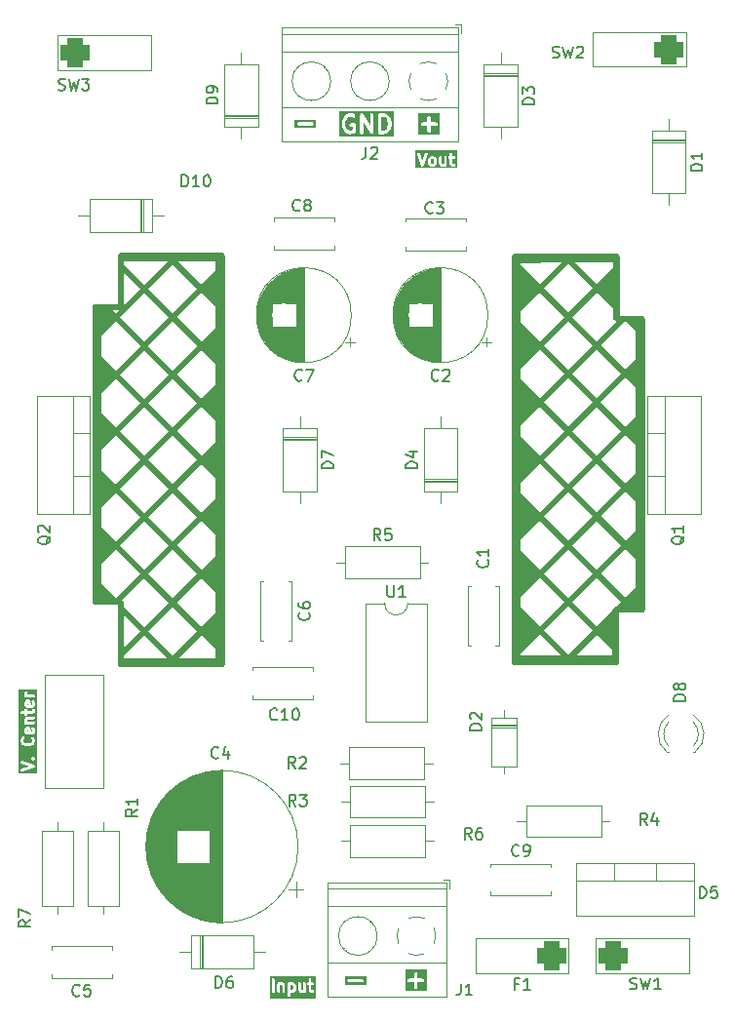
<source format=gto>
G04 #@! TF.GenerationSoftware,KiCad,Pcbnew,7.0.10-dirty*
G04 #@! TF.CreationDate,2024-02-04T15:29:54-03:00*
G04 #@! TF.ProjectId,simetrica,73696d65-7472-4696-9361-2e6b69636164,Version 2.0*
G04 #@! TF.SameCoordinates,Original*
G04 #@! TF.FileFunction,Legend,Top*
G04 #@! TF.FilePolarity,Positive*
%FSLAX46Y46*%
G04 Gerber Fmt 4.6, Leading zero omitted, Abs format (unit mm)*
G04 Created by KiCad (PCBNEW 7.0.10-dirty) date 2024-02-04 15:29:54*
%MOMM*%
%LPD*%
G01*
G04 APERTURE LIST*
G04 Aperture macros list*
%AMRoundRect*
0 Rectangle with rounded corners*
0 $1 Rounding radius*
0 $2 $3 $4 $5 $6 $7 $8 $9 X,Y pos of 4 corners*
0 Add a 4 corners polygon primitive as box body*
4,1,4,$2,$3,$4,$5,$6,$7,$8,$9,$2,$3,0*
0 Add four circle primitives for the rounded corners*
1,1,$1+$1,$2,$3*
1,1,$1+$1,$4,$5*
1,1,$1+$1,$6,$7*
1,1,$1+$1,$8,$9*
0 Add four rect primitives between the rounded corners*
20,1,$1+$1,$2,$3,$4,$5,0*
20,1,$1+$1,$4,$5,$6,$7,0*
20,1,$1+$1,$6,$7,$8,$9,0*
20,1,$1+$1,$8,$9,$2,$3,0*%
G04 Aperture macros list end*
%ADD10C,0.300000*%
%ADD11C,0.250000*%
%ADD12C,0.150000*%
%ADD13C,0.120000*%
%ADD14C,3.200000*%
%ADD15C,2.000000*%
%ADD16O,2.000000X2.000000*%
%ADD17RoundRect,0.650000X-0.650000X-0.650000X0.650000X-0.650000X0.650000X0.650000X-0.650000X0.650000X0*%
%ADD18C,2.600000*%
%ADD19R,2.000000X2.000000*%
%ADD20R,2.200000X2.200000*%
%ADD21O,2.200000X2.200000*%
%ADD22R,1.800000X1.800000*%
%ADD23C,1.800000*%
%ADD24R,2.600000X2.600000*%
%ADD25RoundRect,0.650000X0.650000X0.650000X-0.650000X0.650000X-0.650000X-0.650000X0.650000X-0.650000X0*%
%ADD26R,2.400000X2.400000*%
%ADD27C,2.400000*%
%ADD28R,1.600000X1.600000*%
%ADD29O,1.600000X1.600000*%
G04 APERTURE END LIST*
D10*
G36*
X140801654Y-61165114D02*
G01*
X138930224Y-61165114D01*
X138930224Y-60229400D01*
X139144510Y-60229400D01*
X139164606Y-60304400D01*
X139219510Y-60359304D01*
X139294510Y-60379400D01*
X139715939Y-60379400D01*
X139715939Y-60800828D01*
X139736035Y-60875828D01*
X139790939Y-60930732D01*
X139865939Y-60950828D01*
X139940939Y-60930732D01*
X139995843Y-60875828D01*
X140015939Y-60800828D01*
X140015939Y-60379400D01*
X140437368Y-60379400D01*
X140512368Y-60359304D01*
X140567272Y-60304400D01*
X140587368Y-60229400D01*
X140567272Y-60154400D01*
X140512368Y-60099496D01*
X140437368Y-60079400D01*
X140015939Y-60079400D01*
X140015939Y-59657971D01*
X139995843Y-59582971D01*
X139940939Y-59528067D01*
X139865939Y-59507971D01*
X139790939Y-59528067D01*
X139736035Y-59582971D01*
X139715939Y-59657971D01*
X139715939Y-60079400D01*
X139294510Y-60079400D01*
X139219510Y-60099496D01*
X139164606Y-60154400D01*
X139144510Y-60229400D01*
X138930224Y-60229400D01*
X138930224Y-59293685D01*
X140801654Y-59293685D01*
X140801654Y-61165114D01*
G37*
G36*
X130041654Y-60563686D02*
G01*
X128170224Y-60563686D01*
X128170224Y-60199400D01*
X128384510Y-60199400D01*
X128404606Y-60274400D01*
X128459510Y-60329304D01*
X128534510Y-60349400D01*
X129677368Y-60349400D01*
X129752368Y-60329304D01*
X129807272Y-60274400D01*
X129827368Y-60199400D01*
X129807272Y-60124400D01*
X129752368Y-60069496D01*
X129677368Y-60049400D01*
X128534510Y-60049400D01*
X128459510Y-60069496D01*
X128404606Y-60124400D01*
X128384510Y-60199400D01*
X128170224Y-60199400D01*
X128170224Y-59835114D01*
X130041654Y-59835114D01*
X130041654Y-60563686D01*
G37*
G36*
X134411654Y-134953686D02*
G01*
X132540224Y-134953686D01*
X132540224Y-134589400D01*
X132754510Y-134589400D01*
X132774606Y-134664400D01*
X132829510Y-134719304D01*
X132904510Y-134739400D01*
X134047368Y-134739400D01*
X134122368Y-134719304D01*
X134177272Y-134664400D01*
X134197368Y-134589400D01*
X134177272Y-134514400D01*
X134122368Y-134459496D01*
X134047368Y-134439400D01*
X132904510Y-134439400D01*
X132829510Y-134459496D01*
X132774606Y-134514400D01*
X132754510Y-134589400D01*
X132540224Y-134589400D01*
X132540224Y-134225114D01*
X134411654Y-134225114D01*
X134411654Y-134953686D01*
G37*
D11*
G36*
X140256618Y-63278302D02*
G01*
X140275550Y-63297235D01*
X140300901Y-63347936D01*
X140300901Y-63574633D01*
X140275549Y-63625336D01*
X140256618Y-63644268D01*
X140205917Y-63669619D01*
X140122077Y-63669619D01*
X140071375Y-63644268D01*
X140052443Y-63625336D01*
X140027092Y-63574634D01*
X140027092Y-63347936D01*
X140052442Y-63297234D01*
X140071375Y-63278302D01*
X140122077Y-63252952D01*
X140205917Y-63252952D01*
X140256618Y-63278302D01*
G37*
G36*
X142263915Y-64062476D02*
G01*
X138681935Y-64062476D01*
X138681935Y-62799137D01*
X138824792Y-62799137D01*
X138831126Y-62834147D01*
X139164458Y-63834147D01*
X139182081Y-63859505D01*
X139197825Y-63886067D01*
X139201993Y-63888156D01*
X139204654Y-63891984D01*
X139233180Y-63903784D01*
X139260794Y-63917623D01*
X139265431Y-63917126D01*
X139269738Y-63918908D01*
X139300112Y-63913414D01*
X139330828Y-63910126D01*
X139334460Y-63907201D01*
X139339046Y-63906372D01*
X139361628Y-63885328D01*
X139385690Y-63865956D01*
X139388556Y-63860234D01*
X139390575Y-63858354D01*
X139391687Y-63853986D01*
X139401629Y-63834147D01*
X139478297Y-63604142D01*
X139777092Y-63604142D01*
X139780284Y-63615014D01*
X139779068Y-63626280D01*
X139790289Y-63660044D01*
X139837907Y-63755281D01*
X139839502Y-63756995D01*
X139840000Y-63759285D01*
X139861322Y-63787767D01*
X139908941Y-63835387D01*
X139910997Y-63836509D01*
X139912194Y-63838525D01*
X139941428Y-63858803D01*
X140036666Y-63906422D01*
X140047816Y-63908428D01*
X140057351Y-63914556D01*
X140092568Y-63919619D01*
X140235425Y-63919619D01*
X140246297Y-63916426D01*
X140257563Y-63917643D01*
X140291327Y-63906422D01*
X140386564Y-63858804D01*
X140388279Y-63857208D01*
X140390570Y-63856710D01*
X140419052Y-63835387D01*
X140466671Y-63787768D01*
X140467793Y-63785711D01*
X140469807Y-63784516D01*
X140490085Y-63755282D01*
X140537704Y-63660044D01*
X140539194Y-63651761D01*
X140729473Y-63651761D01*
X140732664Y-63662630D01*
X140731448Y-63673899D01*
X140742669Y-63707662D01*
X140790288Y-63802901D01*
X140805528Y-63819286D01*
X140816956Y-63838525D01*
X140835188Y-63851171D01*
X140838259Y-63854473D01*
X140840933Y-63855156D01*
X140846190Y-63858803D01*
X140941428Y-63906422D01*
X140952578Y-63908428D01*
X140962113Y-63914556D01*
X140997330Y-63919619D01*
X141140187Y-63919619D01*
X141151059Y-63916426D01*
X141162325Y-63917643D01*
X141196089Y-63906422D01*
X141216909Y-63896011D01*
X141231117Y-63908323D01*
X141300833Y-63918347D01*
X141364902Y-63889088D01*
X141402981Y-63829836D01*
X141408044Y-63794619D01*
X141408044Y-63145741D01*
X141492650Y-63145741D01*
X141521909Y-63209810D01*
X141581161Y-63247889D01*
X141616378Y-63252952D01*
X141634235Y-63252952D01*
X141634235Y-63651761D01*
X141637426Y-63662630D01*
X141636210Y-63673899D01*
X141647431Y-63707662D01*
X141695050Y-63802901D01*
X141710290Y-63819286D01*
X141721718Y-63838525D01*
X141739950Y-63851171D01*
X141743021Y-63854473D01*
X141745695Y-63855156D01*
X141750952Y-63858803D01*
X141846190Y-63906422D01*
X141857340Y-63908428D01*
X141866875Y-63914556D01*
X141902092Y-63919619D01*
X141997330Y-63919619D01*
X142064910Y-63899776D01*
X142111034Y-63846546D01*
X142121058Y-63776830D01*
X142091799Y-63712761D01*
X142032547Y-63674682D01*
X141997330Y-63669619D01*
X141931601Y-63669619D01*
X141900024Y-63653830D01*
X141884235Y-63622252D01*
X141884235Y-63252952D01*
X141997330Y-63252952D01*
X142064910Y-63233109D01*
X142111034Y-63179879D01*
X142121058Y-63110163D01*
X142091799Y-63046094D01*
X142032547Y-63008015D01*
X141997330Y-63002952D01*
X141884235Y-63002952D01*
X141884235Y-62794619D01*
X141864392Y-62727039D01*
X141811162Y-62680915D01*
X141741446Y-62670891D01*
X141677377Y-62700150D01*
X141639298Y-62759402D01*
X141634235Y-62794619D01*
X141634235Y-63002952D01*
X141616378Y-63002952D01*
X141548798Y-63022795D01*
X141502674Y-63076025D01*
X141492650Y-63145741D01*
X141408044Y-63145741D01*
X141408044Y-63127952D01*
X141388201Y-63060372D01*
X141334971Y-63014248D01*
X141265255Y-63004224D01*
X141201186Y-63033483D01*
X141163107Y-63092735D01*
X141158044Y-63127952D01*
X141158044Y-63645936D01*
X141110679Y-63669619D01*
X141026839Y-63669619D01*
X140995262Y-63653830D01*
X140979473Y-63622252D01*
X140979473Y-63127952D01*
X140959630Y-63060372D01*
X140906400Y-63014248D01*
X140836684Y-63004224D01*
X140772615Y-63033483D01*
X140734536Y-63092735D01*
X140729473Y-63127952D01*
X140729473Y-63651761D01*
X140539194Y-63651761D01*
X140539710Y-63648893D01*
X140545838Y-63639359D01*
X140550901Y-63604142D01*
X140550901Y-63318428D01*
X140547708Y-63307555D01*
X140548925Y-63296289D01*
X140537704Y-63262526D01*
X140490085Y-63167288D01*
X140488490Y-63165573D01*
X140487992Y-63163284D01*
X140466670Y-63134801D01*
X140419051Y-63087183D01*
X140416996Y-63086061D01*
X140415799Y-63084045D01*
X140386564Y-63063767D01*
X140291327Y-63016149D01*
X140280176Y-63014142D01*
X140270642Y-63008015D01*
X140235425Y-63002952D01*
X140092568Y-63002952D01*
X140081695Y-63006144D01*
X140070429Y-63004928D01*
X140036666Y-63016149D01*
X139941428Y-63063768D01*
X139939713Y-63065362D01*
X139937424Y-63065861D01*
X139908941Y-63087183D01*
X139861323Y-63134802D01*
X139860201Y-63136856D01*
X139858185Y-63138054D01*
X139837907Y-63167289D01*
X139790289Y-63262526D01*
X139788282Y-63273676D01*
X139782155Y-63283211D01*
X139777092Y-63318428D01*
X139777092Y-63604142D01*
X139478297Y-63604142D01*
X139734962Y-62834148D01*
X139737508Y-62763761D01*
X139701595Y-62703171D01*
X139638627Y-62671615D01*
X139568593Y-62679113D01*
X139513731Y-62723282D01*
X139497791Y-62755091D01*
X139283043Y-63399334D01*
X139068296Y-62755091D01*
X139028101Y-62697253D01*
X138963017Y-62670329D01*
X138893709Y-62682866D01*
X138842180Y-62730884D01*
X138824792Y-62799137D01*
X138681935Y-62799137D01*
X138681935Y-62527472D01*
X142263915Y-62527472D01*
X142263915Y-64062476D01*
G37*
G36*
X128010427Y-134998302D02*
G01*
X128029359Y-135017235D01*
X128054710Y-135067936D01*
X128054710Y-135294633D01*
X128029358Y-135345336D01*
X128010427Y-135364268D01*
X127959726Y-135389619D01*
X127828520Y-135389619D01*
X127828520Y-134972952D01*
X127959726Y-134972952D01*
X128010427Y-134998302D01*
G37*
G36*
X130017724Y-136114537D02*
G01*
X126054711Y-136114537D01*
X126054711Y-135847952D01*
X127578520Y-135847952D01*
X127598363Y-135915532D01*
X127651593Y-135961656D01*
X127721309Y-135971680D01*
X127785378Y-135942421D01*
X127823457Y-135883169D01*
X127828520Y-135847952D01*
X127828520Y-135639619D01*
X127989234Y-135639619D01*
X128000106Y-135636426D01*
X128011372Y-135637643D01*
X128045136Y-135626422D01*
X128140373Y-135578804D01*
X128142088Y-135577208D01*
X128144379Y-135576710D01*
X128172861Y-135555387D01*
X128220480Y-135507768D01*
X128221602Y-135505711D01*
X128223616Y-135504516D01*
X128243894Y-135475282D01*
X128291513Y-135380044D01*
X128293003Y-135371761D01*
X128483282Y-135371761D01*
X128486473Y-135382630D01*
X128485257Y-135393899D01*
X128496478Y-135427662D01*
X128544097Y-135522901D01*
X128559337Y-135539286D01*
X128570765Y-135558525D01*
X128588997Y-135571171D01*
X128592068Y-135574473D01*
X128594742Y-135575156D01*
X128599999Y-135578803D01*
X128695237Y-135626422D01*
X128706387Y-135628428D01*
X128715922Y-135634556D01*
X128751139Y-135639619D01*
X128893996Y-135639619D01*
X128904868Y-135636426D01*
X128916134Y-135637643D01*
X128949898Y-135626422D01*
X128970718Y-135616011D01*
X128984926Y-135628323D01*
X129054642Y-135638347D01*
X129118711Y-135609088D01*
X129156790Y-135549836D01*
X129161853Y-135514619D01*
X129161853Y-134865741D01*
X129246459Y-134865741D01*
X129275718Y-134929810D01*
X129334970Y-134967889D01*
X129370187Y-134972952D01*
X129388044Y-134972952D01*
X129388044Y-135371761D01*
X129391235Y-135382630D01*
X129390019Y-135393899D01*
X129401240Y-135427662D01*
X129448859Y-135522901D01*
X129464099Y-135539286D01*
X129475527Y-135558525D01*
X129493759Y-135571171D01*
X129496830Y-135574473D01*
X129499504Y-135575156D01*
X129504761Y-135578803D01*
X129599999Y-135626422D01*
X129611149Y-135628428D01*
X129620684Y-135634556D01*
X129655901Y-135639619D01*
X129751139Y-135639619D01*
X129818719Y-135619776D01*
X129864843Y-135566546D01*
X129874867Y-135496830D01*
X129845608Y-135432761D01*
X129786356Y-135394682D01*
X129751139Y-135389619D01*
X129685410Y-135389619D01*
X129653833Y-135373830D01*
X129638044Y-135342252D01*
X129638044Y-134972952D01*
X129751139Y-134972952D01*
X129818719Y-134953109D01*
X129864843Y-134899879D01*
X129874867Y-134830163D01*
X129845608Y-134766094D01*
X129786356Y-134728015D01*
X129751139Y-134722952D01*
X129638044Y-134722952D01*
X129638044Y-134514619D01*
X129618201Y-134447039D01*
X129564971Y-134400915D01*
X129495255Y-134390891D01*
X129431186Y-134420150D01*
X129393107Y-134479402D01*
X129388044Y-134514619D01*
X129388044Y-134722952D01*
X129370187Y-134722952D01*
X129302607Y-134742795D01*
X129256483Y-134796025D01*
X129246459Y-134865741D01*
X129161853Y-134865741D01*
X129161853Y-134847952D01*
X129142010Y-134780372D01*
X129088780Y-134734248D01*
X129019064Y-134724224D01*
X128954995Y-134753483D01*
X128916916Y-134812735D01*
X128911853Y-134847952D01*
X128911853Y-135365936D01*
X128864488Y-135389619D01*
X128780648Y-135389619D01*
X128749071Y-135373830D01*
X128733282Y-135342252D01*
X128733282Y-134847952D01*
X128713439Y-134780372D01*
X128660209Y-134734248D01*
X128590493Y-134724224D01*
X128526424Y-134753483D01*
X128488345Y-134812735D01*
X128483282Y-134847952D01*
X128483282Y-135371761D01*
X128293003Y-135371761D01*
X128293519Y-135368893D01*
X128299647Y-135359359D01*
X128304710Y-135324142D01*
X128304710Y-135038428D01*
X128301517Y-135027555D01*
X128302734Y-135016289D01*
X128291513Y-134982526D01*
X128243894Y-134887288D01*
X128242299Y-134885573D01*
X128241801Y-134883284D01*
X128220479Y-134854801D01*
X128172860Y-134807183D01*
X128170805Y-134806061D01*
X128169608Y-134804045D01*
X128140373Y-134783767D01*
X128045136Y-134736149D01*
X128033985Y-134734142D01*
X128024451Y-134728015D01*
X127989234Y-134722952D01*
X127798758Y-134722952D01*
X127787885Y-134726144D01*
X127776619Y-134724928D01*
X127750650Y-134733558D01*
X127685731Y-134724224D01*
X127621662Y-134753483D01*
X127583583Y-134812735D01*
X127578520Y-134847952D01*
X127578520Y-135847952D01*
X126054711Y-135847952D01*
X126054711Y-135514619D01*
X126197568Y-135514619D01*
X126217411Y-135582199D01*
X126270641Y-135628323D01*
X126340357Y-135638347D01*
X126404426Y-135609088D01*
X126442505Y-135549836D01*
X126447568Y-135514619D01*
X126673758Y-135514619D01*
X126693601Y-135582199D01*
X126746831Y-135628323D01*
X126816547Y-135638347D01*
X126880616Y-135609088D01*
X126918695Y-135549836D01*
X126923758Y-135514619D01*
X126923758Y-134996634D01*
X126971124Y-134972952D01*
X127054964Y-134972952D01*
X127086540Y-134988740D01*
X127102329Y-135020317D01*
X127102329Y-135514619D01*
X127122172Y-135582199D01*
X127175402Y-135628323D01*
X127245118Y-135638347D01*
X127309187Y-135609088D01*
X127347266Y-135549836D01*
X127352329Y-135514619D01*
X127352329Y-134990809D01*
X127349136Y-134979936D01*
X127350353Y-134968670D01*
X127339132Y-134934907D01*
X127291513Y-134839669D01*
X127276273Y-134823285D01*
X127264846Y-134804045D01*
X127246612Y-134791397D01*
X127243543Y-134788098D01*
X127240869Y-134787414D01*
X127235611Y-134783767D01*
X127140374Y-134736149D01*
X127129223Y-134734142D01*
X127119689Y-134728015D01*
X127084472Y-134722952D01*
X126941615Y-134722952D01*
X126930742Y-134726144D01*
X126919476Y-134724928D01*
X126885713Y-134736149D01*
X126864892Y-134746559D01*
X126850685Y-134734248D01*
X126780969Y-134724224D01*
X126716900Y-134753483D01*
X126678821Y-134812735D01*
X126673758Y-134847952D01*
X126673758Y-135514619D01*
X126447568Y-135514619D01*
X126447568Y-134514619D01*
X126427725Y-134447039D01*
X126374495Y-134400915D01*
X126304779Y-134390891D01*
X126240710Y-134420150D01*
X126202631Y-134479402D01*
X126197568Y-134514619D01*
X126197568Y-135514619D01*
X126054711Y-135514619D01*
X126054711Y-134248034D01*
X130017724Y-134248034D01*
X130017724Y-136114537D01*
G37*
D10*
G36*
X136076340Y-59653361D02*
G01*
X136176947Y-59753968D01*
X136230126Y-59860327D01*
X136293082Y-60112148D01*
X136293082Y-60289507D01*
X136230126Y-60541328D01*
X136176947Y-60647688D01*
X136076341Y-60748294D01*
X135918739Y-60800828D01*
X135735939Y-60800828D01*
X135735939Y-59600828D01*
X135918742Y-59600828D01*
X136076340Y-59653361D01*
G37*
G36*
X136807368Y-61315114D02*
G01*
X132078796Y-61315114D01*
X132078796Y-60307971D01*
X132293082Y-60307971D01*
X132297872Y-60325848D01*
X132297561Y-60344351D01*
X132368989Y-60630065D01*
X132377025Y-60644542D01*
X132380346Y-60660767D01*
X132451775Y-60803624D01*
X132467797Y-60821693D01*
X132479873Y-60842608D01*
X132622730Y-60985466D01*
X132652589Y-61002705D01*
X132681362Y-61021703D01*
X132895648Y-61093131D01*
X132919756Y-61094578D01*
X132943082Y-61100828D01*
X133085939Y-61100828D01*
X133109264Y-61094578D01*
X133133373Y-61093131D01*
X133347659Y-61021703D01*
X133376434Y-61002703D01*
X133406292Y-60985465D01*
X133440929Y-60950828D01*
X133864510Y-60950828D01*
X133884606Y-61025828D01*
X133939510Y-61080732D01*
X134014510Y-61100828D01*
X134089510Y-61080732D01*
X134144414Y-61025828D01*
X134164510Y-60950828D01*
X134164510Y-60015661D01*
X134741417Y-61025249D01*
X134741659Y-61025493D01*
X134741749Y-61025828D01*
X134768969Y-61053048D01*
X134796075Y-61080397D01*
X134796409Y-61080488D01*
X134796653Y-61080732D01*
X134833753Y-61090672D01*
X134870985Y-61100827D01*
X134871320Y-61100738D01*
X134871653Y-61100828D01*
X134908752Y-61090887D01*
X134946074Y-61081065D01*
X134946319Y-61080821D01*
X134946653Y-61080732D01*
X134973817Y-61053567D01*
X135001222Y-61026406D01*
X135001313Y-61026071D01*
X135001557Y-61025828D01*
X135011497Y-60988727D01*
X135021652Y-60951496D01*
X135021563Y-60951160D01*
X135021653Y-60950828D01*
X135435939Y-60950828D01*
X135456035Y-61025828D01*
X135510939Y-61080732D01*
X135585939Y-61100828D01*
X135943082Y-61100828D01*
X135966407Y-61094578D01*
X135990516Y-61093131D01*
X136204802Y-61021703D01*
X136233577Y-61002703D01*
X136263434Y-60985466D01*
X136406291Y-60842608D01*
X136418366Y-60821693D01*
X136434389Y-60803624D01*
X136505818Y-60660768D01*
X136509138Y-60644541D01*
X136517175Y-60630065D01*
X136588603Y-60344351D01*
X136588291Y-60325848D01*
X136593082Y-60307971D01*
X136593082Y-60093685D01*
X136588291Y-60075807D01*
X136588603Y-60057305D01*
X136517175Y-59771591D01*
X136509138Y-59757114D01*
X136505818Y-59740888D01*
X136434389Y-59598032D01*
X136418366Y-59579963D01*
X136406291Y-59559048D01*
X136263434Y-59416191D01*
X136233577Y-59398953D01*
X136204802Y-59379954D01*
X135990516Y-59308526D01*
X135966410Y-59307078D01*
X135943082Y-59300828D01*
X135585939Y-59300828D01*
X135510939Y-59320924D01*
X135456035Y-59375828D01*
X135435939Y-59450828D01*
X135435939Y-60950828D01*
X135021653Y-60950828D01*
X135021653Y-59450828D01*
X135001557Y-59375828D01*
X134946653Y-59320924D01*
X134871653Y-59300828D01*
X134796653Y-59320924D01*
X134741749Y-59375828D01*
X134721653Y-59450828D01*
X134721653Y-60385992D01*
X134144746Y-59376407D01*
X134144503Y-59376162D01*
X134144414Y-59375828D01*
X134117193Y-59348607D01*
X134090088Y-59321259D01*
X134089753Y-59321167D01*
X134089510Y-59320924D01*
X134052409Y-59310983D01*
X134015178Y-59300829D01*
X134014842Y-59300917D01*
X134014510Y-59300828D01*
X133977304Y-59310797D01*
X133940089Y-59320592D01*
X133939844Y-59320834D01*
X133939510Y-59320924D01*
X133912289Y-59348144D01*
X133884941Y-59375250D01*
X133884849Y-59375584D01*
X133884606Y-59375828D01*
X133874665Y-59412928D01*
X133864511Y-59450160D01*
X133864599Y-59450495D01*
X133864510Y-59450828D01*
X133864510Y-60950828D01*
X133440929Y-60950828D01*
X133477720Y-60914036D01*
X133487593Y-60896934D01*
X133501557Y-60882971D01*
X133506668Y-60863894D01*
X133516542Y-60846793D01*
X133516542Y-60827045D01*
X133521653Y-60807971D01*
X133521653Y-60307971D01*
X133501557Y-60232971D01*
X133446653Y-60178067D01*
X133371653Y-60157971D01*
X133085939Y-60157971D01*
X133010939Y-60178067D01*
X132956035Y-60232971D01*
X132935939Y-60307971D01*
X132956035Y-60382971D01*
X133010939Y-60437875D01*
X133085939Y-60457971D01*
X133221653Y-60457971D01*
X133221653Y-60745839D01*
X133219198Y-60748294D01*
X133061596Y-60800828D01*
X132967425Y-60800828D01*
X132809822Y-60748294D01*
X132709217Y-60647688D01*
X132656036Y-60541328D01*
X132593082Y-60289507D01*
X132593082Y-60112148D01*
X132656036Y-59860327D01*
X132709217Y-59753967D01*
X132809823Y-59653361D01*
X132967425Y-59600828D01*
X133121958Y-59600828D01*
X133233142Y-59656421D01*
X133309212Y-59671988D01*
X133382873Y-59647434D01*
X133434389Y-59589339D01*
X133449956Y-59513270D01*
X133425402Y-59439609D01*
X133367307Y-59388093D01*
X133224450Y-59316664D01*
X133190669Y-59309751D01*
X133157368Y-59300828D01*
X132943082Y-59300828D01*
X132919753Y-59307078D01*
X132895647Y-59308526D01*
X132681362Y-59379955D01*
X132652589Y-59398951D01*
X132622730Y-59416191D01*
X132479873Y-59559048D01*
X132467797Y-59579963D01*
X132451775Y-59598032D01*
X132380346Y-59740889D01*
X132377025Y-59757113D01*
X132368989Y-59771591D01*
X132297561Y-60057305D01*
X132297872Y-60075807D01*
X132293082Y-60093685D01*
X132293082Y-60307971D01*
X132078796Y-60307971D01*
X132078796Y-59086542D01*
X136807368Y-59086542D01*
X136807368Y-61315114D01*
G37*
D11*
G36*
X105018809Y-112994812D02*
G01*
X105010318Y-112994812D01*
X104978740Y-112979023D01*
X104962952Y-112947447D01*
X104962952Y-112815987D01*
X104977303Y-112787284D01*
X105018809Y-112994812D01*
G37*
G36*
X105018809Y-110661478D02*
G01*
X105010318Y-110661478D01*
X104978740Y-110645689D01*
X104962952Y-110614113D01*
X104962952Y-110482653D01*
X104977303Y-110453950D01*
X105018809Y-110661478D01*
G37*
G36*
X105772476Y-116578064D02*
G01*
X104236762Y-116578064D01*
X104236762Y-116296982D01*
X104380329Y-116296982D01*
X104392866Y-116366290D01*
X104440884Y-116417819D01*
X104509137Y-116435207D01*
X104544147Y-116428873D01*
X105544147Y-116095541D01*
X105569511Y-116077913D01*
X105596067Y-116062173D01*
X105598155Y-116058005D01*
X105601984Y-116055345D01*
X105613785Y-116026816D01*
X105627623Y-115999205D01*
X105627126Y-115994567D01*
X105628908Y-115990261D01*
X105623412Y-115959878D01*
X105620125Y-115929171D01*
X105617201Y-115925539D01*
X105616372Y-115920953D01*
X105595324Y-115898366D01*
X105575956Y-115874309D01*
X105570234Y-115871441D01*
X105568354Y-115869424D01*
X105563988Y-115868311D01*
X105544147Y-115858369D01*
X104544147Y-115525037D01*
X104473761Y-115522491D01*
X104413171Y-115558403D01*
X104381615Y-115621372D01*
X104389112Y-115691406D01*
X104433282Y-115746268D01*
X104465091Y-115762207D01*
X105109335Y-115976955D01*
X104465091Y-116191703D01*
X104407253Y-116231898D01*
X104380329Y-116296982D01*
X104236762Y-116296982D01*
X104236762Y-115301372D01*
X105284698Y-115301372D01*
X105287584Y-115314639D01*
X105285652Y-115328077D01*
X105291292Y-115340428D01*
X105292261Y-115353970D01*
X105297729Y-115361275D01*
X105299670Y-115370195D01*
X105313045Y-115388061D01*
X105314911Y-115392146D01*
X105317209Y-115393623D01*
X105320993Y-115398677D01*
X105368612Y-115446296D01*
X105376620Y-115450669D01*
X105382090Y-115457975D01*
X105407049Y-115467284D01*
X105430430Y-115480051D01*
X105439532Y-115479399D01*
X105448083Y-115482589D01*
X105474116Y-115476925D01*
X105500684Y-115475025D01*
X105507988Y-115469556D01*
X105516906Y-115467617D01*
X105545388Y-115446295D01*
X105593007Y-115398677D01*
X105597381Y-115390666D01*
X105604686Y-115385198D01*
X105609430Y-115372477D01*
X105618323Y-115362215D01*
X105620255Y-115348774D01*
X105626762Y-115336859D01*
X105626110Y-115327757D01*
X105629301Y-115319205D01*
X105626414Y-115305937D01*
X105628347Y-115292499D01*
X105622705Y-115280145D01*
X105621737Y-115266605D01*
X105616269Y-115259300D01*
X105614329Y-115250382D01*
X105600952Y-115232513D01*
X105599088Y-115228430D01*
X105596790Y-115226953D01*
X105593007Y-115221899D01*
X105545388Y-115174281D01*
X105537380Y-115169908D01*
X105531911Y-115162602D01*
X105506950Y-115153291D01*
X105483571Y-115140525D01*
X105474468Y-115141176D01*
X105465919Y-115137987D01*
X105439887Y-115143649D01*
X105413317Y-115145550D01*
X105406012Y-115151018D01*
X105397095Y-115152958D01*
X105368612Y-115174280D01*
X105320993Y-115221899D01*
X105316619Y-115229908D01*
X105309312Y-115235379D01*
X105304567Y-115248099D01*
X105295676Y-115258361D01*
X105293743Y-115271800D01*
X105287237Y-115283716D01*
X105287887Y-115292819D01*
X105284698Y-115301372D01*
X104236762Y-115301372D01*
X104236762Y-113786479D01*
X104379619Y-113786479D01*
X104380278Y-113788725D01*
X104379700Y-113790997D01*
X104386034Y-113826007D01*
X104433652Y-113968864D01*
X104440119Y-113978169D01*
X104442528Y-113989242D01*
X104463850Y-114017724D01*
X104559088Y-114112962D01*
X104561143Y-114114084D01*
X104562340Y-114116099D01*
X104591574Y-114136377D01*
X104686812Y-114183996D01*
X104691122Y-114184771D01*
X104712397Y-114193461D01*
X104902873Y-114241080D01*
X104906270Y-114240941D01*
X104933190Y-114244812D01*
X105076047Y-114244812D01*
X105079310Y-114243853D01*
X105106364Y-114241080D01*
X105296840Y-114193461D01*
X105300622Y-114191241D01*
X105322425Y-114183996D01*
X105417662Y-114136378D01*
X105419376Y-114134783D01*
X105421667Y-114134285D01*
X105450149Y-114112963D01*
X105545388Y-114017725D01*
X105550818Y-114007780D01*
X105559646Y-114000673D01*
X105575585Y-113968864D01*
X105623204Y-113826008D01*
X105623288Y-113823668D01*
X105624556Y-113821696D01*
X105629619Y-113786479D01*
X105629619Y-113691241D01*
X105628959Y-113688994D01*
X105629538Y-113686723D01*
X105623204Y-113651712D01*
X105575585Y-113508856D01*
X105569119Y-113499552D01*
X105566710Y-113488477D01*
X105545387Y-113459995D01*
X105497767Y-113412376D01*
X105435950Y-113378621D01*
X105365696Y-113383647D01*
X105309312Y-113425856D01*
X105284698Y-113491849D01*
X105299670Y-113560672D01*
X105320993Y-113589154D01*
X105347746Y-113615907D01*
X105379619Y-113711526D01*
X105379619Y-113766193D01*
X105347746Y-113861811D01*
X105287715Y-113921842D01*
X105222896Y-113954252D01*
X105060658Y-113994812D01*
X104948579Y-113994812D01*
X104786342Y-113954252D01*
X104721519Y-113921841D01*
X104661491Y-113861813D01*
X104629619Y-113766195D01*
X104629619Y-113711524D01*
X104661491Y-113615906D01*
X104688245Y-113589154D01*
X104722000Y-113527336D01*
X104716975Y-113457082D01*
X104674767Y-113400698D01*
X104608774Y-113376083D01*
X104539951Y-113391055D01*
X104511468Y-113412377D01*
X104463850Y-113459996D01*
X104458420Y-113469939D01*
X104449592Y-113477047D01*
X104433652Y-113508856D01*
X104386034Y-113651713D01*
X104385949Y-113654051D01*
X104384682Y-113656024D01*
X104379619Y-113691241D01*
X104379619Y-113786479D01*
X104236762Y-113786479D01*
X104236762Y-112976955D01*
X104712952Y-112976955D01*
X104716144Y-112987827D01*
X104714928Y-112999093D01*
X104726149Y-113032857D01*
X104773767Y-113128094D01*
X104789007Y-113144479D01*
X104800435Y-113163718D01*
X104818667Y-113176364D01*
X104821738Y-113179666D01*
X104824412Y-113180349D01*
X104829669Y-113183996D01*
X104924907Y-113231615D01*
X104936057Y-113233621D01*
X104945592Y-113239749D01*
X104980809Y-113244812D01*
X105361761Y-113244812D01*
X105372630Y-113241620D01*
X105383899Y-113242837D01*
X105417662Y-113231616D01*
X105512901Y-113183997D01*
X105529286Y-113168756D01*
X105548525Y-113157329D01*
X105561171Y-113139096D01*
X105564473Y-113136026D01*
X105565156Y-113133351D01*
X105568803Y-113128095D01*
X105616422Y-113032857D01*
X105618428Y-113021706D01*
X105624556Y-113012172D01*
X105629619Y-112976955D01*
X105629619Y-112786479D01*
X105626426Y-112775606D01*
X105627643Y-112764340D01*
X105616422Y-112730577D01*
X105568803Y-112635339D01*
X105520833Y-112583768D01*
X105452595Y-112566319D01*
X105385756Y-112588531D01*
X105341536Y-112643353D01*
X105333976Y-112713379D01*
X105345197Y-112747143D01*
X105379619Y-112815987D01*
X105379619Y-112947446D01*
X105363830Y-112979022D01*
X105332252Y-112994812D01*
X105273761Y-112994812D01*
X105198620Y-112619107D01*
X105183784Y-112590818D01*
X105170516Y-112561764D01*
X105167546Y-112559855D01*
X105165908Y-112556731D01*
X105138139Y-112540957D01*
X105111264Y-112523685D01*
X105106538Y-112523005D01*
X105104666Y-112521942D01*
X105100661Y-112522160D01*
X105076047Y-112518622D01*
X104980809Y-112518622D01*
X104969936Y-112521814D01*
X104958670Y-112520598D01*
X104924907Y-112531819D01*
X104829669Y-112579438D01*
X104813285Y-112594677D01*
X104794045Y-112606105D01*
X104781397Y-112624338D01*
X104778098Y-112627408D01*
X104777414Y-112630081D01*
X104773767Y-112635340D01*
X104726149Y-112730577D01*
X104724142Y-112741727D01*
X104718015Y-112751262D01*
X104712952Y-112786479D01*
X104712952Y-112976955D01*
X104236762Y-112976955D01*
X104236762Y-112072193D01*
X104712952Y-112072193D01*
X104716144Y-112083065D01*
X104714928Y-112094331D01*
X104726149Y-112128095D01*
X104736559Y-112148915D01*
X104724248Y-112163123D01*
X104714224Y-112232839D01*
X104743483Y-112296908D01*
X104802735Y-112334987D01*
X104837952Y-112340050D01*
X105504619Y-112340050D01*
X105572199Y-112320207D01*
X105618323Y-112266977D01*
X105628347Y-112197261D01*
X105599088Y-112133192D01*
X105539836Y-112095113D01*
X105504619Y-112090050D01*
X104986634Y-112090050D01*
X104962952Y-112042685D01*
X104962952Y-111958844D01*
X104978740Y-111927267D01*
X105010318Y-111911479D01*
X105504619Y-111911479D01*
X105572199Y-111891636D01*
X105618323Y-111838406D01*
X105628347Y-111768690D01*
X105599088Y-111704621D01*
X105539836Y-111666542D01*
X105504619Y-111661479D01*
X104980809Y-111661479D01*
X104969936Y-111664671D01*
X104958670Y-111663455D01*
X104924907Y-111674676D01*
X104829669Y-111722295D01*
X104813285Y-111737534D01*
X104794045Y-111748962D01*
X104781397Y-111767195D01*
X104778098Y-111770265D01*
X104777414Y-111772938D01*
X104773767Y-111778197D01*
X104726149Y-111873434D01*
X104724142Y-111884584D01*
X104718015Y-111894119D01*
X104712952Y-111929336D01*
X104712952Y-112072193D01*
X104236762Y-112072193D01*
X104236762Y-111328077D01*
X104380891Y-111328077D01*
X104410150Y-111392146D01*
X104469402Y-111430225D01*
X104504619Y-111435288D01*
X104712952Y-111435288D01*
X104712952Y-111453145D01*
X104732795Y-111520725D01*
X104786025Y-111566849D01*
X104855741Y-111576873D01*
X104919810Y-111547614D01*
X104957889Y-111488362D01*
X104962952Y-111453145D01*
X104962952Y-111435288D01*
X105361761Y-111435288D01*
X105372630Y-111432096D01*
X105383899Y-111433313D01*
X105417662Y-111422092D01*
X105512901Y-111374473D01*
X105529286Y-111359232D01*
X105548525Y-111347805D01*
X105561171Y-111329572D01*
X105564473Y-111326502D01*
X105565156Y-111323827D01*
X105568803Y-111318571D01*
X105616422Y-111223333D01*
X105618428Y-111212182D01*
X105624556Y-111202648D01*
X105629619Y-111167431D01*
X105629619Y-111072193D01*
X105609776Y-111004613D01*
X105556546Y-110958489D01*
X105486830Y-110948465D01*
X105422761Y-110977724D01*
X105384682Y-111036976D01*
X105379619Y-111072193D01*
X105379619Y-111137922D01*
X105363830Y-111169498D01*
X105332252Y-111185288D01*
X104962952Y-111185288D01*
X104962952Y-111072193D01*
X104943109Y-111004613D01*
X104889879Y-110958489D01*
X104820163Y-110948465D01*
X104756094Y-110977724D01*
X104718015Y-111036976D01*
X104712952Y-111072193D01*
X104712952Y-111185288D01*
X104504619Y-111185288D01*
X104437039Y-111205131D01*
X104390915Y-111258361D01*
X104380891Y-111328077D01*
X104236762Y-111328077D01*
X104236762Y-110643621D01*
X104712952Y-110643621D01*
X104716144Y-110654493D01*
X104714928Y-110665759D01*
X104726149Y-110699523D01*
X104773767Y-110794760D01*
X104789007Y-110811145D01*
X104800435Y-110830384D01*
X104818667Y-110843030D01*
X104821738Y-110846332D01*
X104824412Y-110847015D01*
X104829669Y-110850662D01*
X104924907Y-110898281D01*
X104936057Y-110900287D01*
X104945592Y-110906415D01*
X104980809Y-110911478D01*
X105361761Y-110911478D01*
X105372630Y-110908286D01*
X105383899Y-110909503D01*
X105417662Y-110898282D01*
X105512901Y-110850663D01*
X105529286Y-110835422D01*
X105548525Y-110823995D01*
X105561171Y-110805762D01*
X105564473Y-110802692D01*
X105565156Y-110800017D01*
X105568803Y-110794761D01*
X105616422Y-110699523D01*
X105618428Y-110688372D01*
X105624556Y-110678838D01*
X105629619Y-110643621D01*
X105629619Y-110453145D01*
X105626426Y-110442272D01*
X105627643Y-110431006D01*
X105616422Y-110397243D01*
X105568803Y-110302005D01*
X105520833Y-110250434D01*
X105452595Y-110232985D01*
X105385756Y-110255197D01*
X105341536Y-110310019D01*
X105333976Y-110380045D01*
X105345197Y-110413809D01*
X105379619Y-110482653D01*
X105379619Y-110614112D01*
X105363830Y-110645688D01*
X105332252Y-110661478D01*
X105273761Y-110661478D01*
X105198620Y-110285773D01*
X105183784Y-110257484D01*
X105170516Y-110228430D01*
X105167546Y-110226521D01*
X105165908Y-110223397D01*
X105138139Y-110207623D01*
X105111264Y-110190351D01*
X105106538Y-110189671D01*
X105104666Y-110188608D01*
X105100661Y-110188826D01*
X105076047Y-110185288D01*
X104980809Y-110185288D01*
X104969936Y-110188480D01*
X104958670Y-110187264D01*
X104924907Y-110198485D01*
X104829669Y-110246104D01*
X104813285Y-110261343D01*
X104794045Y-110272771D01*
X104781397Y-110291004D01*
X104778098Y-110294074D01*
X104777414Y-110296747D01*
X104773767Y-110302006D01*
X104726149Y-110397243D01*
X104724142Y-110408393D01*
X104718015Y-110417928D01*
X104712952Y-110453145D01*
X104712952Y-110643621D01*
X104236762Y-110643621D01*
X104236762Y-109691240D01*
X104712952Y-109691240D01*
X104716144Y-109702112D01*
X104714928Y-109713378D01*
X104726149Y-109747142D01*
X104751656Y-109798157D01*
X104724248Y-109829789D01*
X104714224Y-109899505D01*
X104743483Y-109963574D01*
X104802735Y-110001653D01*
X104837952Y-110006716D01*
X105504619Y-110006716D01*
X105572199Y-109986873D01*
X105618323Y-109933643D01*
X105628347Y-109863927D01*
X105599088Y-109799858D01*
X105539836Y-109761779D01*
X105504619Y-109756716D01*
X105057937Y-109756716D01*
X105007235Y-109731365D01*
X104988302Y-109712433D01*
X104962952Y-109661732D01*
X104962952Y-109596002D01*
X104943109Y-109528422D01*
X104889879Y-109482298D01*
X104820163Y-109472274D01*
X104756094Y-109501533D01*
X104718015Y-109560785D01*
X104712952Y-109596002D01*
X104712952Y-109691240D01*
X104236762Y-109691240D01*
X104236762Y-109329417D01*
X105772476Y-109329417D01*
X105772476Y-116578064D01*
G37*
D10*
G36*
X139651654Y-135505114D02*
G01*
X137780224Y-135505114D01*
X137780224Y-134569400D01*
X137994510Y-134569400D01*
X138014606Y-134644400D01*
X138069510Y-134699304D01*
X138144510Y-134719400D01*
X138565939Y-134719400D01*
X138565939Y-135140828D01*
X138586035Y-135215828D01*
X138640939Y-135270732D01*
X138715939Y-135290828D01*
X138790939Y-135270732D01*
X138845843Y-135215828D01*
X138865939Y-135140828D01*
X138865939Y-134719400D01*
X139287368Y-134719400D01*
X139362368Y-134699304D01*
X139417272Y-134644400D01*
X139437368Y-134569400D01*
X139417272Y-134494400D01*
X139362368Y-134439496D01*
X139287368Y-134419400D01*
X138865939Y-134419400D01*
X138865939Y-133997971D01*
X138845843Y-133922971D01*
X138790939Y-133868067D01*
X138715939Y-133847971D01*
X138640939Y-133868067D01*
X138586035Y-133922971D01*
X138565939Y-133997971D01*
X138565939Y-134419400D01*
X138144510Y-134419400D01*
X138069510Y-134439496D01*
X138014606Y-134494400D01*
X137994510Y-134569400D01*
X137780224Y-134569400D01*
X137780224Y-133633685D01*
X139651654Y-133633685D01*
X139651654Y-135505114D01*
G37*
D12*
X140163333Y-67889580D02*
X140115714Y-67937200D01*
X140115714Y-67937200D02*
X139972857Y-67984819D01*
X139972857Y-67984819D02*
X139877619Y-67984819D01*
X139877619Y-67984819D02*
X139734762Y-67937200D01*
X139734762Y-67937200D02*
X139639524Y-67841961D01*
X139639524Y-67841961D02*
X139591905Y-67746723D01*
X139591905Y-67746723D02*
X139544286Y-67556247D01*
X139544286Y-67556247D02*
X139544286Y-67413390D01*
X139544286Y-67413390D02*
X139591905Y-67222914D01*
X139591905Y-67222914D02*
X139639524Y-67127676D01*
X139639524Y-67127676D02*
X139734762Y-67032438D01*
X139734762Y-67032438D02*
X139877619Y-66984819D01*
X139877619Y-66984819D02*
X139972857Y-66984819D01*
X139972857Y-66984819D02*
X140115714Y-67032438D01*
X140115714Y-67032438D02*
X140163333Y-67080057D01*
X140496667Y-66984819D02*
X141115714Y-66984819D01*
X141115714Y-66984819D02*
X140782381Y-67365771D01*
X140782381Y-67365771D02*
X140925238Y-67365771D01*
X140925238Y-67365771D02*
X141020476Y-67413390D01*
X141020476Y-67413390D02*
X141068095Y-67461009D01*
X141068095Y-67461009D02*
X141115714Y-67556247D01*
X141115714Y-67556247D02*
X141115714Y-67794342D01*
X141115714Y-67794342D02*
X141068095Y-67889580D01*
X141068095Y-67889580D02*
X141020476Y-67937200D01*
X141020476Y-67937200D02*
X140925238Y-67984819D01*
X140925238Y-67984819D02*
X140639524Y-67984819D01*
X140639524Y-67984819D02*
X140544286Y-67937200D01*
X140544286Y-67937200D02*
X140496667Y-67889580D01*
X105234819Y-129336666D02*
X104758628Y-129669999D01*
X105234819Y-129908094D02*
X104234819Y-129908094D01*
X104234819Y-129908094D02*
X104234819Y-129527142D01*
X104234819Y-129527142D02*
X104282438Y-129431904D01*
X104282438Y-129431904D02*
X104330057Y-129384285D01*
X104330057Y-129384285D02*
X104425295Y-129336666D01*
X104425295Y-129336666D02*
X104568152Y-129336666D01*
X104568152Y-129336666D02*
X104663390Y-129384285D01*
X104663390Y-129384285D02*
X104711009Y-129431904D01*
X104711009Y-129431904D02*
X104758628Y-129527142D01*
X104758628Y-129527142D02*
X104758628Y-129908094D01*
X104234819Y-129003332D02*
X104234819Y-128336666D01*
X104234819Y-128336666D02*
X105234819Y-128765237D01*
X135633333Y-96364819D02*
X135300000Y-95888628D01*
X135061905Y-96364819D02*
X135061905Y-95364819D01*
X135061905Y-95364819D02*
X135442857Y-95364819D01*
X135442857Y-95364819D02*
X135538095Y-95412438D01*
X135538095Y-95412438D02*
X135585714Y-95460057D01*
X135585714Y-95460057D02*
X135633333Y-95555295D01*
X135633333Y-95555295D02*
X135633333Y-95698152D01*
X135633333Y-95698152D02*
X135585714Y-95793390D01*
X135585714Y-95793390D02*
X135538095Y-95841009D01*
X135538095Y-95841009D02*
X135442857Y-95888628D01*
X135442857Y-95888628D02*
X135061905Y-95888628D01*
X136538095Y-95364819D02*
X136061905Y-95364819D01*
X136061905Y-95364819D02*
X136014286Y-95841009D01*
X136014286Y-95841009D02*
X136061905Y-95793390D01*
X136061905Y-95793390D02*
X136157143Y-95745771D01*
X136157143Y-95745771D02*
X136395238Y-95745771D01*
X136395238Y-95745771D02*
X136490476Y-95793390D01*
X136490476Y-95793390D02*
X136538095Y-95841009D01*
X136538095Y-95841009D02*
X136585714Y-95936247D01*
X136585714Y-95936247D02*
X136585714Y-96174342D01*
X136585714Y-96174342D02*
X136538095Y-96269580D01*
X136538095Y-96269580D02*
X136490476Y-96317200D01*
X136490476Y-96317200D02*
X136395238Y-96364819D01*
X136395238Y-96364819D02*
X136157143Y-96364819D01*
X136157143Y-96364819D02*
X136061905Y-96317200D01*
X136061905Y-96317200D02*
X136014286Y-96269580D01*
X109503333Y-135849580D02*
X109455714Y-135897200D01*
X109455714Y-135897200D02*
X109312857Y-135944819D01*
X109312857Y-135944819D02*
X109217619Y-135944819D01*
X109217619Y-135944819D02*
X109074762Y-135897200D01*
X109074762Y-135897200D02*
X108979524Y-135801961D01*
X108979524Y-135801961D02*
X108931905Y-135706723D01*
X108931905Y-135706723D02*
X108884286Y-135516247D01*
X108884286Y-135516247D02*
X108884286Y-135373390D01*
X108884286Y-135373390D02*
X108931905Y-135182914D01*
X108931905Y-135182914D02*
X108979524Y-135087676D01*
X108979524Y-135087676D02*
X109074762Y-134992438D01*
X109074762Y-134992438D02*
X109217619Y-134944819D01*
X109217619Y-134944819D02*
X109312857Y-134944819D01*
X109312857Y-134944819D02*
X109455714Y-134992438D01*
X109455714Y-134992438D02*
X109503333Y-135040057D01*
X110408095Y-134944819D02*
X109931905Y-134944819D01*
X109931905Y-134944819D02*
X109884286Y-135421009D01*
X109884286Y-135421009D02*
X109931905Y-135373390D01*
X109931905Y-135373390D02*
X110027143Y-135325771D01*
X110027143Y-135325771D02*
X110265238Y-135325771D01*
X110265238Y-135325771D02*
X110360476Y-135373390D01*
X110360476Y-135373390D02*
X110408095Y-135421009D01*
X110408095Y-135421009D02*
X110455714Y-135516247D01*
X110455714Y-135516247D02*
X110455714Y-135754342D01*
X110455714Y-135754342D02*
X110408095Y-135849580D01*
X110408095Y-135849580D02*
X110360476Y-135897200D01*
X110360476Y-135897200D02*
X110265238Y-135944819D01*
X110265238Y-135944819D02*
X110027143Y-135944819D01*
X110027143Y-135944819D02*
X109931905Y-135897200D01*
X109931905Y-135897200D02*
X109884286Y-135849580D01*
X144929580Y-98086666D02*
X144977200Y-98134285D01*
X144977200Y-98134285D02*
X145024819Y-98277142D01*
X145024819Y-98277142D02*
X145024819Y-98372380D01*
X145024819Y-98372380D02*
X144977200Y-98515237D01*
X144977200Y-98515237D02*
X144881961Y-98610475D01*
X144881961Y-98610475D02*
X144786723Y-98658094D01*
X144786723Y-98658094D02*
X144596247Y-98705713D01*
X144596247Y-98705713D02*
X144453390Y-98705713D01*
X144453390Y-98705713D02*
X144262914Y-98658094D01*
X144262914Y-98658094D02*
X144167676Y-98610475D01*
X144167676Y-98610475D02*
X144072438Y-98515237D01*
X144072438Y-98515237D02*
X144024819Y-98372380D01*
X144024819Y-98372380D02*
X144024819Y-98277142D01*
X144024819Y-98277142D02*
X144072438Y-98134285D01*
X144072438Y-98134285D02*
X144120057Y-98086666D01*
X145024819Y-97134285D02*
X145024819Y-97705713D01*
X145024819Y-97419999D02*
X144024819Y-97419999D01*
X144024819Y-97419999D02*
X144167676Y-97515237D01*
X144167676Y-97515237D02*
X144262914Y-97610475D01*
X144262914Y-97610475D02*
X144310533Y-97705713D01*
X107666667Y-57247200D02*
X107809524Y-57294819D01*
X107809524Y-57294819D02*
X108047619Y-57294819D01*
X108047619Y-57294819D02*
X108142857Y-57247200D01*
X108142857Y-57247200D02*
X108190476Y-57199580D01*
X108190476Y-57199580D02*
X108238095Y-57104342D01*
X108238095Y-57104342D02*
X108238095Y-57009104D01*
X108238095Y-57009104D02*
X108190476Y-56913866D01*
X108190476Y-56913866D02*
X108142857Y-56866247D01*
X108142857Y-56866247D02*
X108047619Y-56818628D01*
X108047619Y-56818628D02*
X107857143Y-56771009D01*
X107857143Y-56771009D02*
X107761905Y-56723390D01*
X107761905Y-56723390D02*
X107714286Y-56675771D01*
X107714286Y-56675771D02*
X107666667Y-56580533D01*
X107666667Y-56580533D02*
X107666667Y-56485295D01*
X107666667Y-56485295D02*
X107714286Y-56390057D01*
X107714286Y-56390057D02*
X107761905Y-56342438D01*
X107761905Y-56342438D02*
X107857143Y-56294819D01*
X107857143Y-56294819D02*
X108095238Y-56294819D01*
X108095238Y-56294819D02*
X108238095Y-56342438D01*
X108571429Y-56294819D02*
X108809524Y-57294819D01*
X108809524Y-57294819D02*
X109000000Y-56580533D01*
X109000000Y-56580533D02*
X109190476Y-57294819D01*
X109190476Y-57294819D02*
X109428572Y-56294819D01*
X109714286Y-56294819D02*
X110333333Y-56294819D01*
X110333333Y-56294819D02*
X110000000Y-56675771D01*
X110000000Y-56675771D02*
X110142857Y-56675771D01*
X110142857Y-56675771D02*
X110238095Y-56723390D01*
X110238095Y-56723390D02*
X110285714Y-56771009D01*
X110285714Y-56771009D02*
X110333333Y-56866247D01*
X110333333Y-56866247D02*
X110333333Y-57104342D01*
X110333333Y-57104342D02*
X110285714Y-57199580D01*
X110285714Y-57199580D02*
X110238095Y-57247200D01*
X110238095Y-57247200D02*
X110142857Y-57294819D01*
X110142857Y-57294819D02*
X109857143Y-57294819D01*
X109857143Y-57294819D02*
X109761905Y-57247200D01*
X109761905Y-57247200D02*
X109714286Y-57199580D01*
X128813333Y-82429580D02*
X128765714Y-82477200D01*
X128765714Y-82477200D02*
X128622857Y-82524819D01*
X128622857Y-82524819D02*
X128527619Y-82524819D01*
X128527619Y-82524819D02*
X128384762Y-82477200D01*
X128384762Y-82477200D02*
X128289524Y-82381961D01*
X128289524Y-82381961D02*
X128241905Y-82286723D01*
X128241905Y-82286723D02*
X128194286Y-82096247D01*
X128194286Y-82096247D02*
X128194286Y-81953390D01*
X128194286Y-81953390D02*
X128241905Y-81762914D01*
X128241905Y-81762914D02*
X128289524Y-81667676D01*
X128289524Y-81667676D02*
X128384762Y-81572438D01*
X128384762Y-81572438D02*
X128527619Y-81524819D01*
X128527619Y-81524819D02*
X128622857Y-81524819D01*
X128622857Y-81524819D02*
X128765714Y-81572438D01*
X128765714Y-81572438D02*
X128813333Y-81620057D01*
X129146667Y-81524819D02*
X129813333Y-81524819D01*
X129813333Y-81524819D02*
X129384762Y-82524819D01*
X118365714Y-65644819D02*
X118365714Y-64644819D01*
X118365714Y-64644819D02*
X118603809Y-64644819D01*
X118603809Y-64644819D02*
X118746666Y-64692438D01*
X118746666Y-64692438D02*
X118841904Y-64787676D01*
X118841904Y-64787676D02*
X118889523Y-64882914D01*
X118889523Y-64882914D02*
X118937142Y-65073390D01*
X118937142Y-65073390D02*
X118937142Y-65216247D01*
X118937142Y-65216247D02*
X118889523Y-65406723D01*
X118889523Y-65406723D02*
X118841904Y-65501961D01*
X118841904Y-65501961D02*
X118746666Y-65597200D01*
X118746666Y-65597200D02*
X118603809Y-65644819D01*
X118603809Y-65644819D02*
X118365714Y-65644819D01*
X119889523Y-65644819D02*
X119318095Y-65644819D01*
X119603809Y-65644819D02*
X119603809Y-64644819D01*
X119603809Y-64644819D02*
X119508571Y-64787676D01*
X119508571Y-64787676D02*
X119413333Y-64882914D01*
X119413333Y-64882914D02*
X119318095Y-64930533D01*
X120508571Y-64644819D02*
X120603809Y-64644819D01*
X120603809Y-64644819D02*
X120699047Y-64692438D01*
X120699047Y-64692438D02*
X120746666Y-64740057D01*
X120746666Y-64740057D02*
X120794285Y-64835295D01*
X120794285Y-64835295D02*
X120841904Y-65025771D01*
X120841904Y-65025771D02*
X120841904Y-65263866D01*
X120841904Y-65263866D02*
X120794285Y-65454342D01*
X120794285Y-65454342D02*
X120746666Y-65549580D01*
X120746666Y-65549580D02*
X120699047Y-65597200D01*
X120699047Y-65597200D02*
X120603809Y-65644819D01*
X120603809Y-65644819D02*
X120508571Y-65644819D01*
X120508571Y-65644819D02*
X120413333Y-65597200D01*
X120413333Y-65597200D02*
X120365714Y-65549580D01*
X120365714Y-65549580D02*
X120318095Y-65454342D01*
X120318095Y-65454342D02*
X120270476Y-65263866D01*
X120270476Y-65263866D02*
X120270476Y-65025771D01*
X120270476Y-65025771D02*
X120318095Y-64835295D01*
X120318095Y-64835295D02*
X120365714Y-64740057D01*
X120365714Y-64740057D02*
X120413333Y-64692438D01*
X120413333Y-64692438D02*
X120508571Y-64644819D01*
X162124819Y-110298094D02*
X161124819Y-110298094D01*
X161124819Y-110298094D02*
X161124819Y-110059999D01*
X161124819Y-110059999D02*
X161172438Y-109917142D01*
X161172438Y-109917142D02*
X161267676Y-109821904D01*
X161267676Y-109821904D02*
X161362914Y-109774285D01*
X161362914Y-109774285D02*
X161553390Y-109726666D01*
X161553390Y-109726666D02*
X161696247Y-109726666D01*
X161696247Y-109726666D02*
X161886723Y-109774285D01*
X161886723Y-109774285D02*
X161981961Y-109821904D01*
X161981961Y-109821904D02*
X162077200Y-109917142D01*
X162077200Y-109917142D02*
X162124819Y-110059999D01*
X162124819Y-110059999D02*
X162124819Y-110298094D01*
X161553390Y-109155237D02*
X161505771Y-109250475D01*
X161505771Y-109250475D02*
X161458152Y-109298094D01*
X161458152Y-109298094D02*
X161362914Y-109345713D01*
X161362914Y-109345713D02*
X161315295Y-109345713D01*
X161315295Y-109345713D02*
X161220057Y-109298094D01*
X161220057Y-109298094D02*
X161172438Y-109250475D01*
X161172438Y-109250475D02*
X161124819Y-109155237D01*
X161124819Y-109155237D02*
X161124819Y-108964761D01*
X161124819Y-108964761D02*
X161172438Y-108869523D01*
X161172438Y-108869523D02*
X161220057Y-108821904D01*
X161220057Y-108821904D02*
X161315295Y-108774285D01*
X161315295Y-108774285D02*
X161362914Y-108774285D01*
X161362914Y-108774285D02*
X161458152Y-108821904D01*
X161458152Y-108821904D02*
X161505771Y-108869523D01*
X161505771Y-108869523D02*
X161553390Y-108964761D01*
X161553390Y-108964761D02*
X161553390Y-109155237D01*
X161553390Y-109155237D02*
X161601009Y-109250475D01*
X161601009Y-109250475D02*
X161648628Y-109298094D01*
X161648628Y-109298094D02*
X161743866Y-109345713D01*
X161743866Y-109345713D02*
X161934342Y-109345713D01*
X161934342Y-109345713D02*
X162029580Y-109298094D01*
X162029580Y-109298094D02*
X162077200Y-109250475D01*
X162077200Y-109250475D02*
X162124819Y-109155237D01*
X162124819Y-109155237D02*
X162124819Y-108964761D01*
X162124819Y-108964761D02*
X162077200Y-108869523D01*
X162077200Y-108869523D02*
X162029580Y-108821904D01*
X162029580Y-108821904D02*
X161934342Y-108774285D01*
X161934342Y-108774285D02*
X161743866Y-108774285D01*
X161743866Y-108774285D02*
X161648628Y-108821904D01*
X161648628Y-108821904D02*
X161601009Y-108869523D01*
X161601009Y-108869523D02*
X161553390Y-108964761D01*
X138844819Y-90108094D02*
X137844819Y-90108094D01*
X137844819Y-90108094D02*
X137844819Y-89869999D01*
X137844819Y-89869999D02*
X137892438Y-89727142D01*
X137892438Y-89727142D02*
X137987676Y-89631904D01*
X137987676Y-89631904D02*
X138082914Y-89584285D01*
X138082914Y-89584285D02*
X138273390Y-89536666D01*
X138273390Y-89536666D02*
X138416247Y-89536666D01*
X138416247Y-89536666D02*
X138606723Y-89584285D01*
X138606723Y-89584285D02*
X138701961Y-89631904D01*
X138701961Y-89631904D02*
X138797200Y-89727142D01*
X138797200Y-89727142D02*
X138844819Y-89869999D01*
X138844819Y-89869999D02*
X138844819Y-90108094D01*
X138178152Y-88679523D02*
X138844819Y-88679523D01*
X137797200Y-88917618D02*
X138511485Y-89155713D01*
X138511485Y-89155713D02*
X138511485Y-88536666D01*
X134381666Y-62219819D02*
X134381666Y-62934104D01*
X134381666Y-62934104D02*
X134334047Y-63076961D01*
X134334047Y-63076961D02*
X134238809Y-63172200D01*
X134238809Y-63172200D02*
X134095952Y-63219819D01*
X134095952Y-63219819D02*
X134000714Y-63219819D01*
X134810238Y-62315057D02*
X134857857Y-62267438D01*
X134857857Y-62267438D02*
X134953095Y-62219819D01*
X134953095Y-62219819D02*
X135191190Y-62219819D01*
X135191190Y-62219819D02*
X135286428Y-62267438D01*
X135286428Y-62267438D02*
X135334047Y-62315057D01*
X135334047Y-62315057D02*
X135381666Y-62410295D01*
X135381666Y-62410295D02*
X135381666Y-62505533D01*
X135381666Y-62505533D02*
X135334047Y-62648390D01*
X135334047Y-62648390D02*
X134762619Y-63219819D01*
X134762619Y-63219819D02*
X135381666Y-63219819D01*
X163584819Y-64248094D02*
X162584819Y-64248094D01*
X162584819Y-64248094D02*
X162584819Y-64009999D01*
X162584819Y-64009999D02*
X162632438Y-63867142D01*
X162632438Y-63867142D02*
X162727676Y-63771904D01*
X162727676Y-63771904D02*
X162822914Y-63724285D01*
X162822914Y-63724285D02*
X163013390Y-63676666D01*
X163013390Y-63676666D02*
X163156247Y-63676666D01*
X163156247Y-63676666D02*
X163346723Y-63724285D01*
X163346723Y-63724285D02*
X163441961Y-63771904D01*
X163441961Y-63771904D02*
X163537200Y-63867142D01*
X163537200Y-63867142D02*
X163584819Y-64009999D01*
X163584819Y-64009999D02*
X163584819Y-64248094D01*
X163584819Y-62724285D02*
X163584819Y-63295713D01*
X163584819Y-63009999D02*
X162584819Y-63009999D01*
X162584819Y-63009999D02*
X162727676Y-63105237D01*
X162727676Y-63105237D02*
X162822914Y-63200475D01*
X162822914Y-63200475D02*
X162870533Y-63295713D01*
X157316667Y-135297200D02*
X157459524Y-135344819D01*
X157459524Y-135344819D02*
X157697619Y-135344819D01*
X157697619Y-135344819D02*
X157792857Y-135297200D01*
X157792857Y-135297200D02*
X157840476Y-135249580D01*
X157840476Y-135249580D02*
X157888095Y-135154342D01*
X157888095Y-135154342D02*
X157888095Y-135059104D01*
X157888095Y-135059104D02*
X157840476Y-134963866D01*
X157840476Y-134963866D02*
X157792857Y-134916247D01*
X157792857Y-134916247D02*
X157697619Y-134868628D01*
X157697619Y-134868628D02*
X157507143Y-134821009D01*
X157507143Y-134821009D02*
X157411905Y-134773390D01*
X157411905Y-134773390D02*
X157364286Y-134725771D01*
X157364286Y-134725771D02*
X157316667Y-134630533D01*
X157316667Y-134630533D02*
X157316667Y-134535295D01*
X157316667Y-134535295D02*
X157364286Y-134440057D01*
X157364286Y-134440057D02*
X157411905Y-134392438D01*
X157411905Y-134392438D02*
X157507143Y-134344819D01*
X157507143Y-134344819D02*
X157745238Y-134344819D01*
X157745238Y-134344819D02*
X157888095Y-134392438D01*
X158221429Y-134344819D02*
X158459524Y-135344819D01*
X158459524Y-135344819D02*
X158650000Y-134630533D01*
X158650000Y-134630533D02*
X158840476Y-135344819D01*
X158840476Y-135344819D02*
X159078572Y-134344819D01*
X159983333Y-135344819D02*
X159411905Y-135344819D01*
X159697619Y-135344819D02*
X159697619Y-134344819D01*
X159697619Y-134344819D02*
X159602381Y-134487676D01*
X159602381Y-134487676D02*
X159507143Y-134582914D01*
X159507143Y-134582914D02*
X159411905Y-134630533D01*
X150576667Y-54447200D02*
X150719524Y-54494819D01*
X150719524Y-54494819D02*
X150957619Y-54494819D01*
X150957619Y-54494819D02*
X151052857Y-54447200D01*
X151052857Y-54447200D02*
X151100476Y-54399580D01*
X151100476Y-54399580D02*
X151148095Y-54304342D01*
X151148095Y-54304342D02*
X151148095Y-54209104D01*
X151148095Y-54209104D02*
X151100476Y-54113866D01*
X151100476Y-54113866D02*
X151052857Y-54066247D01*
X151052857Y-54066247D02*
X150957619Y-54018628D01*
X150957619Y-54018628D02*
X150767143Y-53971009D01*
X150767143Y-53971009D02*
X150671905Y-53923390D01*
X150671905Y-53923390D02*
X150624286Y-53875771D01*
X150624286Y-53875771D02*
X150576667Y-53780533D01*
X150576667Y-53780533D02*
X150576667Y-53685295D01*
X150576667Y-53685295D02*
X150624286Y-53590057D01*
X150624286Y-53590057D02*
X150671905Y-53542438D01*
X150671905Y-53542438D02*
X150767143Y-53494819D01*
X150767143Y-53494819D02*
X151005238Y-53494819D01*
X151005238Y-53494819D02*
X151148095Y-53542438D01*
X151481429Y-53494819D02*
X151719524Y-54494819D01*
X151719524Y-54494819D02*
X151910000Y-53780533D01*
X151910000Y-53780533D02*
X152100476Y-54494819D01*
X152100476Y-54494819D02*
X152338572Y-53494819D01*
X152671905Y-53590057D02*
X152719524Y-53542438D01*
X152719524Y-53542438D02*
X152814762Y-53494819D01*
X152814762Y-53494819D02*
X153052857Y-53494819D01*
X153052857Y-53494819D02*
X153148095Y-53542438D01*
X153148095Y-53542438D02*
X153195714Y-53590057D01*
X153195714Y-53590057D02*
X153243333Y-53685295D01*
X153243333Y-53685295D02*
X153243333Y-53780533D01*
X153243333Y-53780533D02*
X153195714Y-53923390D01*
X153195714Y-53923390D02*
X152624286Y-54494819D01*
X152624286Y-54494819D02*
X153243333Y-54494819D01*
X158803333Y-121064819D02*
X158470000Y-120588628D01*
X158231905Y-121064819D02*
X158231905Y-120064819D01*
X158231905Y-120064819D02*
X158612857Y-120064819D01*
X158612857Y-120064819D02*
X158708095Y-120112438D01*
X158708095Y-120112438D02*
X158755714Y-120160057D01*
X158755714Y-120160057D02*
X158803333Y-120255295D01*
X158803333Y-120255295D02*
X158803333Y-120398152D01*
X158803333Y-120398152D02*
X158755714Y-120493390D01*
X158755714Y-120493390D02*
X158708095Y-120541009D01*
X158708095Y-120541009D02*
X158612857Y-120588628D01*
X158612857Y-120588628D02*
X158231905Y-120588628D01*
X159660476Y-120398152D02*
X159660476Y-121064819D01*
X159422381Y-120017200D02*
X159184286Y-120731485D01*
X159184286Y-120731485D02*
X159803333Y-120731485D01*
X129419580Y-102666666D02*
X129467200Y-102714285D01*
X129467200Y-102714285D02*
X129514819Y-102857142D01*
X129514819Y-102857142D02*
X129514819Y-102952380D01*
X129514819Y-102952380D02*
X129467200Y-103095237D01*
X129467200Y-103095237D02*
X129371961Y-103190475D01*
X129371961Y-103190475D02*
X129276723Y-103238094D01*
X129276723Y-103238094D02*
X129086247Y-103285713D01*
X129086247Y-103285713D02*
X128943390Y-103285713D01*
X128943390Y-103285713D02*
X128752914Y-103238094D01*
X128752914Y-103238094D02*
X128657676Y-103190475D01*
X128657676Y-103190475D02*
X128562438Y-103095237D01*
X128562438Y-103095237D02*
X128514819Y-102952380D01*
X128514819Y-102952380D02*
X128514819Y-102857142D01*
X128514819Y-102857142D02*
X128562438Y-102714285D01*
X128562438Y-102714285D02*
X128610057Y-102666666D01*
X128514819Y-101809523D02*
X128514819Y-101999999D01*
X128514819Y-101999999D02*
X128562438Y-102095237D01*
X128562438Y-102095237D02*
X128610057Y-102142856D01*
X128610057Y-102142856D02*
X128752914Y-102238094D01*
X128752914Y-102238094D02*
X128943390Y-102285713D01*
X128943390Y-102285713D02*
X129324342Y-102285713D01*
X129324342Y-102285713D02*
X129419580Y-102238094D01*
X129419580Y-102238094D02*
X129467200Y-102190475D01*
X129467200Y-102190475D02*
X129514819Y-102095237D01*
X129514819Y-102095237D02*
X129514819Y-101904761D01*
X129514819Y-101904761D02*
X129467200Y-101809523D01*
X129467200Y-101809523D02*
X129419580Y-101761904D01*
X129419580Y-101761904D02*
X129324342Y-101714285D01*
X129324342Y-101714285D02*
X129086247Y-101714285D01*
X129086247Y-101714285D02*
X128991009Y-101761904D01*
X128991009Y-101761904D02*
X128943390Y-101809523D01*
X128943390Y-101809523D02*
X128895771Y-101904761D01*
X128895771Y-101904761D02*
X128895771Y-102095237D01*
X128895771Y-102095237D02*
X128943390Y-102190475D01*
X128943390Y-102190475D02*
X128991009Y-102238094D01*
X128991009Y-102238094D02*
X129086247Y-102285713D01*
X142606666Y-134854819D02*
X142606666Y-135569104D01*
X142606666Y-135569104D02*
X142559047Y-135711961D01*
X142559047Y-135711961D02*
X142463809Y-135807200D01*
X142463809Y-135807200D02*
X142320952Y-135854819D01*
X142320952Y-135854819D02*
X142225714Y-135854819D01*
X143606666Y-135854819D02*
X143035238Y-135854819D01*
X143320952Y-135854819D02*
X143320952Y-134854819D01*
X143320952Y-134854819D02*
X143225714Y-134997676D01*
X143225714Y-134997676D02*
X143130476Y-135092914D01*
X143130476Y-135092914D02*
X143035238Y-135140533D01*
X147596666Y-134861009D02*
X147263333Y-134861009D01*
X147263333Y-135384819D02*
X147263333Y-134384819D01*
X147263333Y-134384819D02*
X147739523Y-134384819D01*
X148644285Y-135384819D02*
X148072857Y-135384819D01*
X148358571Y-135384819D02*
X148358571Y-134384819D01*
X148358571Y-134384819D02*
X148263333Y-134527676D01*
X148263333Y-134527676D02*
X148168095Y-134622914D01*
X148168095Y-134622914D02*
X148072857Y-134670533D01*
X121558549Y-115209580D02*
X121510930Y-115257200D01*
X121510930Y-115257200D02*
X121368073Y-115304819D01*
X121368073Y-115304819D02*
X121272835Y-115304819D01*
X121272835Y-115304819D02*
X121129978Y-115257200D01*
X121129978Y-115257200D02*
X121034740Y-115161961D01*
X121034740Y-115161961D02*
X120987121Y-115066723D01*
X120987121Y-115066723D02*
X120939502Y-114876247D01*
X120939502Y-114876247D02*
X120939502Y-114733390D01*
X120939502Y-114733390D02*
X120987121Y-114542914D01*
X120987121Y-114542914D02*
X121034740Y-114447676D01*
X121034740Y-114447676D02*
X121129978Y-114352438D01*
X121129978Y-114352438D02*
X121272835Y-114304819D01*
X121272835Y-114304819D02*
X121368073Y-114304819D01*
X121368073Y-114304819D02*
X121510930Y-114352438D01*
X121510930Y-114352438D02*
X121558549Y-114400057D01*
X122415692Y-114638152D02*
X122415692Y-115304819D01*
X122177597Y-114257200D02*
X121939502Y-114971485D01*
X121939502Y-114971485D02*
X122558549Y-114971485D01*
X131554819Y-90108094D02*
X130554819Y-90108094D01*
X130554819Y-90108094D02*
X130554819Y-89869999D01*
X130554819Y-89869999D02*
X130602438Y-89727142D01*
X130602438Y-89727142D02*
X130697676Y-89631904D01*
X130697676Y-89631904D02*
X130792914Y-89584285D01*
X130792914Y-89584285D02*
X130983390Y-89536666D01*
X130983390Y-89536666D02*
X131126247Y-89536666D01*
X131126247Y-89536666D02*
X131316723Y-89584285D01*
X131316723Y-89584285D02*
X131411961Y-89631904D01*
X131411961Y-89631904D02*
X131507200Y-89727142D01*
X131507200Y-89727142D02*
X131554819Y-89869999D01*
X131554819Y-89869999D02*
X131554819Y-90108094D01*
X130554819Y-89203332D02*
X130554819Y-88536666D01*
X130554819Y-88536666D02*
X131554819Y-88965237D01*
X114504819Y-119716666D02*
X114028628Y-120049999D01*
X114504819Y-120288094D02*
X113504819Y-120288094D01*
X113504819Y-120288094D02*
X113504819Y-119907142D01*
X113504819Y-119907142D02*
X113552438Y-119811904D01*
X113552438Y-119811904D02*
X113600057Y-119764285D01*
X113600057Y-119764285D02*
X113695295Y-119716666D01*
X113695295Y-119716666D02*
X113838152Y-119716666D01*
X113838152Y-119716666D02*
X113933390Y-119764285D01*
X113933390Y-119764285D02*
X113981009Y-119811904D01*
X113981009Y-119811904D02*
X114028628Y-119907142D01*
X114028628Y-119907142D02*
X114028628Y-120288094D01*
X114504819Y-118764285D02*
X114504819Y-119335713D01*
X114504819Y-119049999D02*
X113504819Y-119049999D01*
X113504819Y-119049999D02*
X113647676Y-119145237D01*
X113647676Y-119145237D02*
X113742914Y-119240475D01*
X113742914Y-119240475D02*
X113790533Y-119335713D01*
X162030057Y-95985238D02*
X161982438Y-96080476D01*
X161982438Y-96080476D02*
X161887200Y-96175714D01*
X161887200Y-96175714D02*
X161744342Y-96318571D01*
X161744342Y-96318571D02*
X161696723Y-96413809D01*
X161696723Y-96413809D02*
X161696723Y-96509047D01*
X161934819Y-96461428D02*
X161887200Y-96556666D01*
X161887200Y-96556666D02*
X161791961Y-96651904D01*
X161791961Y-96651904D02*
X161601485Y-96699523D01*
X161601485Y-96699523D02*
X161268152Y-96699523D01*
X161268152Y-96699523D02*
X161077676Y-96651904D01*
X161077676Y-96651904D02*
X160982438Y-96556666D01*
X160982438Y-96556666D02*
X160934819Y-96461428D01*
X160934819Y-96461428D02*
X160934819Y-96270952D01*
X160934819Y-96270952D02*
X160982438Y-96175714D01*
X160982438Y-96175714D02*
X161077676Y-96080476D01*
X161077676Y-96080476D02*
X161268152Y-96032857D01*
X161268152Y-96032857D02*
X161601485Y-96032857D01*
X161601485Y-96032857D02*
X161791961Y-96080476D01*
X161791961Y-96080476D02*
X161887200Y-96175714D01*
X161887200Y-96175714D02*
X161934819Y-96270952D01*
X161934819Y-96270952D02*
X161934819Y-96461428D01*
X161934819Y-95080476D02*
X161934819Y-95651904D01*
X161934819Y-95366190D02*
X160934819Y-95366190D01*
X160934819Y-95366190D02*
X161077676Y-95461428D01*
X161077676Y-95461428D02*
X161172914Y-95556666D01*
X161172914Y-95556666D02*
X161220533Y-95651904D01*
X121311905Y-135214819D02*
X121311905Y-134214819D01*
X121311905Y-134214819D02*
X121550000Y-134214819D01*
X121550000Y-134214819D02*
X121692857Y-134262438D01*
X121692857Y-134262438D02*
X121788095Y-134357676D01*
X121788095Y-134357676D02*
X121835714Y-134452914D01*
X121835714Y-134452914D02*
X121883333Y-134643390D01*
X121883333Y-134643390D02*
X121883333Y-134786247D01*
X121883333Y-134786247D02*
X121835714Y-134976723D01*
X121835714Y-134976723D02*
X121788095Y-135071961D01*
X121788095Y-135071961D02*
X121692857Y-135167200D01*
X121692857Y-135167200D02*
X121550000Y-135214819D01*
X121550000Y-135214819D02*
X121311905Y-135214819D01*
X122740476Y-134214819D02*
X122550000Y-134214819D01*
X122550000Y-134214819D02*
X122454762Y-134262438D01*
X122454762Y-134262438D02*
X122407143Y-134310057D01*
X122407143Y-134310057D02*
X122311905Y-134452914D01*
X122311905Y-134452914D02*
X122264286Y-134643390D01*
X122264286Y-134643390D02*
X122264286Y-135024342D01*
X122264286Y-135024342D02*
X122311905Y-135119580D01*
X122311905Y-135119580D02*
X122359524Y-135167200D01*
X122359524Y-135167200D02*
X122454762Y-135214819D01*
X122454762Y-135214819D02*
X122645238Y-135214819D01*
X122645238Y-135214819D02*
X122740476Y-135167200D01*
X122740476Y-135167200D02*
X122788095Y-135119580D01*
X122788095Y-135119580D02*
X122835714Y-135024342D01*
X122835714Y-135024342D02*
X122835714Y-134786247D01*
X122835714Y-134786247D02*
X122788095Y-134691009D01*
X122788095Y-134691009D02*
X122740476Y-134643390D01*
X122740476Y-134643390D02*
X122645238Y-134595771D01*
X122645238Y-134595771D02*
X122454762Y-134595771D01*
X122454762Y-134595771D02*
X122359524Y-134643390D01*
X122359524Y-134643390D02*
X122311905Y-134691009D01*
X122311905Y-134691009D02*
X122264286Y-134786247D01*
X147663333Y-123689580D02*
X147615714Y-123737200D01*
X147615714Y-123737200D02*
X147472857Y-123784819D01*
X147472857Y-123784819D02*
X147377619Y-123784819D01*
X147377619Y-123784819D02*
X147234762Y-123737200D01*
X147234762Y-123737200D02*
X147139524Y-123641961D01*
X147139524Y-123641961D02*
X147091905Y-123546723D01*
X147091905Y-123546723D02*
X147044286Y-123356247D01*
X147044286Y-123356247D02*
X147044286Y-123213390D01*
X147044286Y-123213390D02*
X147091905Y-123022914D01*
X147091905Y-123022914D02*
X147139524Y-122927676D01*
X147139524Y-122927676D02*
X147234762Y-122832438D01*
X147234762Y-122832438D02*
X147377619Y-122784819D01*
X147377619Y-122784819D02*
X147472857Y-122784819D01*
X147472857Y-122784819D02*
X147615714Y-122832438D01*
X147615714Y-122832438D02*
X147663333Y-122880057D01*
X148139524Y-123784819D02*
X148330000Y-123784819D01*
X148330000Y-123784819D02*
X148425238Y-123737200D01*
X148425238Y-123737200D02*
X148472857Y-123689580D01*
X148472857Y-123689580D02*
X148568095Y-123546723D01*
X148568095Y-123546723D02*
X148615714Y-123356247D01*
X148615714Y-123356247D02*
X148615714Y-122975295D01*
X148615714Y-122975295D02*
X148568095Y-122880057D01*
X148568095Y-122880057D02*
X148520476Y-122832438D01*
X148520476Y-122832438D02*
X148425238Y-122784819D01*
X148425238Y-122784819D02*
X148234762Y-122784819D01*
X148234762Y-122784819D02*
X148139524Y-122832438D01*
X148139524Y-122832438D02*
X148091905Y-122880057D01*
X148091905Y-122880057D02*
X148044286Y-122975295D01*
X148044286Y-122975295D02*
X148044286Y-123213390D01*
X148044286Y-123213390D02*
X148091905Y-123308628D01*
X148091905Y-123308628D02*
X148139524Y-123356247D01*
X148139524Y-123356247D02*
X148234762Y-123403866D01*
X148234762Y-123403866D02*
X148425238Y-123403866D01*
X148425238Y-123403866D02*
X148520476Y-123356247D01*
X148520476Y-123356247D02*
X148568095Y-123308628D01*
X148568095Y-123308628D02*
X148615714Y-123213390D01*
X163361905Y-127414819D02*
X163361905Y-126414819D01*
X163361905Y-126414819D02*
X163600000Y-126414819D01*
X163600000Y-126414819D02*
X163742857Y-126462438D01*
X163742857Y-126462438D02*
X163838095Y-126557676D01*
X163838095Y-126557676D02*
X163885714Y-126652914D01*
X163885714Y-126652914D02*
X163933333Y-126843390D01*
X163933333Y-126843390D02*
X163933333Y-126986247D01*
X163933333Y-126986247D02*
X163885714Y-127176723D01*
X163885714Y-127176723D02*
X163838095Y-127271961D01*
X163838095Y-127271961D02*
X163742857Y-127367200D01*
X163742857Y-127367200D02*
X163600000Y-127414819D01*
X163600000Y-127414819D02*
X163361905Y-127414819D01*
X164838095Y-126414819D02*
X164361905Y-126414819D01*
X164361905Y-126414819D02*
X164314286Y-126891009D01*
X164314286Y-126891009D02*
X164361905Y-126843390D01*
X164361905Y-126843390D02*
X164457143Y-126795771D01*
X164457143Y-126795771D02*
X164695238Y-126795771D01*
X164695238Y-126795771D02*
X164790476Y-126843390D01*
X164790476Y-126843390D02*
X164838095Y-126891009D01*
X164838095Y-126891009D02*
X164885714Y-126986247D01*
X164885714Y-126986247D02*
X164885714Y-127224342D01*
X164885714Y-127224342D02*
X164838095Y-127319580D01*
X164838095Y-127319580D02*
X164790476Y-127367200D01*
X164790476Y-127367200D02*
X164695238Y-127414819D01*
X164695238Y-127414819D02*
X164457143Y-127414819D01*
X164457143Y-127414819D02*
X164361905Y-127367200D01*
X164361905Y-127367200D02*
X164314286Y-127319580D01*
X144404819Y-112838094D02*
X143404819Y-112838094D01*
X143404819Y-112838094D02*
X143404819Y-112599999D01*
X143404819Y-112599999D02*
X143452438Y-112457142D01*
X143452438Y-112457142D02*
X143547676Y-112361904D01*
X143547676Y-112361904D02*
X143642914Y-112314285D01*
X143642914Y-112314285D02*
X143833390Y-112266666D01*
X143833390Y-112266666D02*
X143976247Y-112266666D01*
X143976247Y-112266666D02*
X144166723Y-112314285D01*
X144166723Y-112314285D02*
X144261961Y-112361904D01*
X144261961Y-112361904D02*
X144357200Y-112457142D01*
X144357200Y-112457142D02*
X144404819Y-112599999D01*
X144404819Y-112599999D02*
X144404819Y-112838094D01*
X143500057Y-111885713D02*
X143452438Y-111838094D01*
X143452438Y-111838094D02*
X143404819Y-111742856D01*
X143404819Y-111742856D02*
X143404819Y-111504761D01*
X143404819Y-111504761D02*
X143452438Y-111409523D01*
X143452438Y-111409523D02*
X143500057Y-111361904D01*
X143500057Y-111361904D02*
X143595295Y-111314285D01*
X143595295Y-111314285D02*
X143690533Y-111314285D01*
X143690533Y-111314285D02*
X143833390Y-111361904D01*
X143833390Y-111361904D02*
X144404819Y-111933332D01*
X144404819Y-111933332D02*
X144404819Y-111314285D01*
X126647142Y-111869580D02*
X126599523Y-111917200D01*
X126599523Y-111917200D02*
X126456666Y-111964819D01*
X126456666Y-111964819D02*
X126361428Y-111964819D01*
X126361428Y-111964819D02*
X126218571Y-111917200D01*
X126218571Y-111917200D02*
X126123333Y-111821961D01*
X126123333Y-111821961D02*
X126075714Y-111726723D01*
X126075714Y-111726723D02*
X126028095Y-111536247D01*
X126028095Y-111536247D02*
X126028095Y-111393390D01*
X126028095Y-111393390D02*
X126075714Y-111202914D01*
X126075714Y-111202914D02*
X126123333Y-111107676D01*
X126123333Y-111107676D02*
X126218571Y-111012438D01*
X126218571Y-111012438D02*
X126361428Y-110964819D01*
X126361428Y-110964819D02*
X126456666Y-110964819D01*
X126456666Y-110964819D02*
X126599523Y-111012438D01*
X126599523Y-111012438D02*
X126647142Y-111060057D01*
X127599523Y-111964819D02*
X127028095Y-111964819D01*
X127313809Y-111964819D02*
X127313809Y-110964819D01*
X127313809Y-110964819D02*
X127218571Y-111107676D01*
X127218571Y-111107676D02*
X127123333Y-111202914D01*
X127123333Y-111202914D02*
X127028095Y-111250533D01*
X128218571Y-110964819D02*
X128313809Y-110964819D01*
X128313809Y-110964819D02*
X128409047Y-111012438D01*
X128409047Y-111012438D02*
X128456666Y-111060057D01*
X128456666Y-111060057D02*
X128504285Y-111155295D01*
X128504285Y-111155295D02*
X128551904Y-111345771D01*
X128551904Y-111345771D02*
X128551904Y-111583866D01*
X128551904Y-111583866D02*
X128504285Y-111774342D01*
X128504285Y-111774342D02*
X128456666Y-111869580D01*
X128456666Y-111869580D02*
X128409047Y-111917200D01*
X128409047Y-111917200D02*
X128313809Y-111964819D01*
X128313809Y-111964819D02*
X128218571Y-111964819D01*
X128218571Y-111964819D02*
X128123333Y-111917200D01*
X128123333Y-111917200D02*
X128075714Y-111869580D01*
X128075714Y-111869580D02*
X128028095Y-111774342D01*
X128028095Y-111774342D02*
X127980476Y-111583866D01*
X127980476Y-111583866D02*
X127980476Y-111345771D01*
X127980476Y-111345771D02*
X128028095Y-111155295D01*
X128028095Y-111155295D02*
X128075714Y-111060057D01*
X128075714Y-111060057D02*
X128123333Y-111012438D01*
X128123333Y-111012438D02*
X128218571Y-110964819D01*
X121504819Y-58468094D02*
X120504819Y-58468094D01*
X120504819Y-58468094D02*
X120504819Y-58229999D01*
X120504819Y-58229999D02*
X120552438Y-58087142D01*
X120552438Y-58087142D02*
X120647676Y-57991904D01*
X120647676Y-57991904D02*
X120742914Y-57944285D01*
X120742914Y-57944285D02*
X120933390Y-57896666D01*
X120933390Y-57896666D02*
X121076247Y-57896666D01*
X121076247Y-57896666D02*
X121266723Y-57944285D01*
X121266723Y-57944285D02*
X121361961Y-57991904D01*
X121361961Y-57991904D02*
X121457200Y-58087142D01*
X121457200Y-58087142D02*
X121504819Y-58229999D01*
X121504819Y-58229999D02*
X121504819Y-58468094D01*
X121504819Y-57420475D02*
X121504819Y-57229999D01*
X121504819Y-57229999D02*
X121457200Y-57134761D01*
X121457200Y-57134761D02*
X121409580Y-57087142D01*
X121409580Y-57087142D02*
X121266723Y-56991904D01*
X121266723Y-56991904D02*
X121076247Y-56944285D01*
X121076247Y-56944285D02*
X120695295Y-56944285D01*
X120695295Y-56944285D02*
X120600057Y-56991904D01*
X120600057Y-56991904D02*
X120552438Y-57039523D01*
X120552438Y-57039523D02*
X120504819Y-57134761D01*
X120504819Y-57134761D02*
X120504819Y-57325237D01*
X120504819Y-57325237D02*
X120552438Y-57420475D01*
X120552438Y-57420475D02*
X120600057Y-57468094D01*
X120600057Y-57468094D02*
X120695295Y-57515713D01*
X120695295Y-57515713D02*
X120933390Y-57515713D01*
X120933390Y-57515713D02*
X121028628Y-57468094D01*
X121028628Y-57468094D02*
X121076247Y-57420475D01*
X121076247Y-57420475D02*
X121123866Y-57325237D01*
X121123866Y-57325237D02*
X121123866Y-57134761D01*
X121123866Y-57134761D02*
X121076247Y-57039523D01*
X121076247Y-57039523D02*
X121028628Y-56991904D01*
X121028628Y-56991904D02*
X120933390Y-56944285D01*
X148994819Y-58518094D02*
X147994819Y-58518094D01*
X147994819Y-58518094D02*
X147994819Y-58279999D01*
X147994819Y-58279999D02*
X148042438Y-58137142D01*
X148042438Y-58137142D02*
X148137676Y-58041904D01*
X148137676Y-58041904D02*
X148232914Y-57994285D01*
X148232914Y-57994285D02*
X148423390Y-57946666D01*
X148423390Y-57946666D02*
X148566247Y-57946666D01*
X148566247Y-57946666D02*
X148756723Y-57994285D01*
X148756723Y-57994285D02*
X148851961Y-58041904D01*
X148851961Y-58041904D02*
X148947200Y-58137142D01*
X148947200Y-58137142D02*
X148994819Y-58279999D01*
X148994819Y-58279999D02*
X148994819Y-58518094D01*
X147994819Y-57613332D02*
X147994819Y-56994285D01*
X147994819Y-56994285D02*
X148375771Y-57327618D01*
X148375771Y-57327618D02*
X148375771Y-57184761D01*
X148375771Y-57184761D02*
X148423390Y-57089523D01*
X148423390Y-57089523D02*
X148471009Y-57041904D01*
X148471009Y-57041904D02*
X148566247Y-56994285D01*
X148566247Y-56994285D02*
X148804342Y-56994285D01*
X148804342Y-56994285D02*
X148899580Y-57041904D01*
X148899580Y-57041904D02*
X148947200Y-57089523D01*
X148947200Y-57089523D02*
X148994819Y-57184761D01*
X148994819Y-57184761D02*
X148994819Y-57470475D01*
X148994819Y-57470475D02*
X148947200Y-57565713D01*
X148947200Y-57565713D02*
X148899580Y-57613332D01*
X128630682Y-67689580D02*
X128583063Y-67737200D01*
X128583063Y-67737200D02*
X128440206Y-67784819D01*
X128440206Y-67784819D02*
X128344968Y-67784819D01*
X128344968Y-67784819D02*
X128202111Y-67737200D01*
X128202111Y-67737200D02*
X128106873Y-67641961D01*
X128106873Y-67641961D02*
X128059254Y-67546723D01*
X128059254Y-67546723D02*
X128011635Y-67356247D01*
X128011635Y-67356247D02*
X128011635Y-67213390D01*
X128011635Y-67213390D02*
X128059254Y-67022914D01*
X128059254Y-67022914D02*
X128106873Y-66927676D01*
X128106873Y-66927676D02*
X128202111Y-66832438D01*
X128202111Y-66832438D02*
X128344968Y-66784819D01*
X128344968Y-66784819D02*
X128440206Y-66784819D01*
X128440206Y-66784819D02*
X128583063Y-66832438D01*
X128583063Y-66832438D02*
X128630682Y-66880057D01*
X129202111Y-67213390D02*
X129106873Y-67165771D01*
X129106873Y-67165771D02*
X129059254Y-67118152D01*
X129059254Y-67118152D02*
X129011635Y-67022914D01*
X129011635Y-67022914D02*
X129011635Y-66975295D01*
X129011635Y-66975295D02*
X129059254Y-66880057D01*
X129059254Y-66880057D02*
X129106873Y-66832438D01*
X129106873Y-66832438D02*
X129202111Y-66784819D01*
X129202111Y-66784819D02*
X129392587Y-66784819D01*
X129392587Y-66784819D02*
X129487825Y-66832438D01*
X129487825Y-66832438D02*
X129535444Y-66880057D01*
X129535444Y-66880057D02*
X129583063Y-66975295D01*
X129583063Y-66975295D02*
X129583063Y-67022914D01*
X129583063Y-67022914D02*
X129535444Y-67118152D01*
X129535444Y-67118152D02*
X129487825Y-67165771D01*
X129487825Y-67165771D02*
X129392587Y-67213390D01*
X129392587Y-67213390D02*
X129202111Y-67213390D01*
X129202111Y-67213390D02*
X129106873Y-67261009D01*
X129106873Y-67261009D02*
X129059254Y-67308628D01*
X129059254Y-67308628D02*
X129011635Y-67403866D01*
X129011635Y-67403866D02*
X129011635Y-67594342D01*
X129011635Y-67594342D02*
X129059254Y-67689580D01*
X129059254Y-67689580D02*
X129106873Y-67737200D01*
X129106873Y-67737200D02*
X129202111Y-67784819D01*
X129202111Y-67784819D02*
X129392587Y-67784819D01*
X129392587Y-67784819D02*
X129487825Y-67737200D01*
X129487825Y-67737200D02*
X129535444Y-67689580D01*
X129535444Y-67689580D02*
X129583063Y-67594342D01*
X129583063Y-67594342D02*
X129583063Y-67403866D01*
X129583063Y-67403866D02*
X129535444Y-67308628D01*
X129535444Y-67308628D02*
X129487825Y-67261009D01*
X129487825Y-67261009D02*
X129392587Y-67213390D01*
X143543333Y-122324819D02*
X143210000Y-121848628D01*
X142971905Y-122324819D02*
X142971905Y-121324819D01*
X142971905Y-121324819D02*
X143352857Y-121324819D01*
X143352857Y-121324819D02*
X143448095Y-121372438D01*
X143448095Y-121372438D02*
X143495714Y-121420057D01*
X143495714Y-121420057D02*
X143543333Y-121515295D01*
X143543333Y-121515295D02*
X143543333Y-121658152D01*
X143543333Y-121658152D02*
X143495714Y-121753390D01*
X143495714Y-121753390D02*
X143448095Y-121801009D01*
X143448095Y-121801009D02*
X143352857Y-121848628D01*
X143352857Y-121848628D02*
X142971905Y-121848628D01*
X144400476Y-121324819D02*
X144210000Y-121324819D01*
X144210000Y-121324819D02*
X144114762Y-121372438D01*
X144114762Y-121372438D02*
X144067143Y-121420057D01*
X144067143Y-121420057D02*
X143971905Y-121562914D01*
X143971905Y-121562914D02*
X143924286Y-121753390D01*
X143924286Y-121753390D02*
X143924286Y-122134342D01*
X143924286Y-122134342D02*
X143971905Y-122229580D01*
X143971905Y-122229580D02*
X144019524Y-122277200D01*
X144019524Y-122277200D02*
X144114762Y-122324819D01*
X144114762Y-122324819D02*
X144305238Y-122324819D01*
X144305238Y-122324819D02*
X144400476Y-122277200D01*
X144400476Y-122277200D02*
X144448095Y-122229580D01*
X144448095Y-122229580D02*
X144495714Y-122134342D01*
X144495714Y-122134342D02*
X144495714Y-121896247D01*
X144495714Y-121896247D02*
X144448095Y-121801009D01*
X144448095Y-121801009D02*
X144400476Y-121753390D01*
X144400476Y-121753390D02*
X144305238Y-121705771D01*
X144305238Y-121705771D02*
X144114762Y-121705771D01*
X144114762Y-121705771D02*
X144019524Y-121753390D01*
X144019524Y-121753390D02*
X143971905Y-121801009D01*
X143971905Y-121801009D02*
X143924286Y-121896247D01*
X136238095Y-100294819D02*
X136238095Y-101104342D01*
X136238095Y-101104342D02*
X136285714Y-101199580D01*
X136285714Y-101199580D02*
X136333333Y-101247200D01*
X136333333Y-101247200D02*
X136428571Y-101294819D01*
X136428571Y-101294819D02*
X136619047Y-101294819D01*
X136619047Y-101294819D02*
X136714285Y-101247200D01*
X136714285Y-101247200D02*
X136761904Y-101199580D01*
X136761904Y-101199580D02*
X136809523Y-101104342D01*
X136809523Y-101104342D02*
X136809523Y-100294819D01*
X137809523Y-101294819D02*
X137238095Y-101294819D01*
X137523809Y-101294819D02*
X137523809Y-100294819D01*
X137523809Y-100294819D02*
X137428571Y-100437676D01*
X137428571Y-100437676D02*
X137333333Y-100532914D01*
X137333333Y-100532914D02*
X137238095Y-100580533D01*
X128283333Y-119434819D02*
X127950000Y-118958628D01*
X127711905Y-119434819D02*
X127711905Y-118434819D01*
X127711905Y-118434819D02*
X128092857Y-118434819D01*
X128092857Y-118434819D02*
X128188095Y-118482438D01*
X128188095Y-118482438D02*
X128235714Y-118530057D01*
X128235714Y-118530057D02*
X128283333Y-118625295D01*
X128283333Y-118625295D02*
X128283333Y-118768152D01*
X128283333Y-118768152D02*
X128235714Y-118863390D01*
X128235714Y-118863390D02*
X128188095Y-118911009D01*
X128188095Y-118911009D02*
X128092857Y-118958628D01*
X128092857Y-118958628D02*
X127711905Y-118958628D01*
X128616667Y-118434819D02*
X129235714Y-118434819D01*
X129235714Y-118434819D02*
X128902381Y-118815771D01*
X128902381Y-118815771D02*
X129045238Y-118815771D01*
X129045238Y-118815771D02*
X129140476Y-118863390D01*
X129140476Y-118863390D02*
X129188095Y-118911009D01*
X129188095Y-118911009D02*
X129235714Y-119006247D01*
X129235714Y-119006247D02*
X129235714Y-119244342D01*
X129235714Y-119244342D02*
X129188095Y-119339580D01*
X129188095Y-119339580D02*
X129140476Y-119387200D01*
X129140476Y-119387200D02*
X129045238Y-119434819D01*
X129045238Y-119434819D02*
X128759524Y-119434819D01*
X128759524Y-119434819D02*
X128664286Y-119387200D01*
X128664286Y-119387200D02*
X128616667Y-119339580D01*
X106975057Y-95985238D02*
X106927438Y-96080476D01*
X106927438Y-96080476D02*
X106832200Y-96175714D01*
X106832200Y-96175714D02*
X106689342Y-96318571D01*
X106689342Y-96318571D02*
X106641723Y-96413809D01*
X106641723Y-96413809D02*
X106641723Y-96509047D01*
X106879819Y-96461428D02*
X106832200Y-96556666D01*
X106832200Y-96556666D02*
X106736961Y-96651904D01*
X106736961Y-96651904D02*
X106546485Y-96699523D01*
X106546485Y-96699523D02*
X106213152Y-96699523D01*
X106213152Y-96699523D02*
X106022676Y-96651904D01*
X106022676Y-96651904D02*
X105927438Y-96556666D01*
X105927438Y-96556666D02*
X105879819Y-96461428D01*
X105879819Y-96461428D02*
X105879819Y-96270952D01*
X105879819Y-96270952D02*
X105927438Y-96175714D01*
X105927438Y-96175714D02*
X106022676Y-96080476D01*
X106022676Y-96080476D02*
X106213152Y-96032857D01*
X106213152Y-96032857D02*
X106546485Y-96032857D01*
X106546485Y-96032857D02*
X106736961Y-96080476D01*
X106736961Y-96080476D02*
X106832200Y-96175714D01*
X106832200Y-96175714D02*
X106879819Y-96270952D01*
X106879819Y-96270952D02*
X106879819Y-96461428D01*
X105975057Y-95651904D02*
X105927438Y-95604285D01*
X105927438Y-95604285D02*
X105879819Y-95509047D01*
X105879819Y-95509047D02*
X105879819Y-95270952D01*
X105879819Y-95270952D02*
X105927438Y-95175714D01*
X105927438Y-95175714D02*
X105975057Y-95128095D01*
X105975057Y-95128095D02*
X106070295Y-95080476D01*
X106070295Y-95080476D02*
X106165533Y-95080476D01*
X106165533Y-95080476D02*
X106308390Y-95128095D01*
X106308390Y-95128095D02*
X106879819Y-95699523D01*
X106879819Y-95699523D02*
X106879819Y-95080476D01*
X128233333Y-116154819D02*
X127900000Y-115678628D01*
X127661905Y-116154819D02*
X127661905Y-115154819D01*
X127661905Y-115154819D02*
X128042857Y-115154819D01*
X128042857Y-115154819D02*
X128138095Y-115202438D01*
X128138095Y-115202438D02*
X128185714Y-115250057D01*
X128185714Y-115250057D02*
X128233333Y-115345295D01*
X128233333Y-115345295D02*
X128233333Y-115488152D01*
X128233333Y-115488152D02*
X128185714Y-115583390D01*
X128185714Y-115583390D02*
X128138095Y-115631009D01*
X128138095Y-115631009D02*
X128042857Y-115678628D01*
X128042857Y-115678628D02*
X127661905Y-115678628D01*
X128614286Y-115250057D02*
X128661905Y-115202438D01*
X128661905Y-115202438D02*
X128757143Y-115154819D01*
X128757143Y-115154819D02*
X128995238Y-115154819D01*
X128995238Y-115154819D02*
X129090476Y-115202438D01*
X129090476Y-115202438D02*
X129138095Y-115250057D01*
X129138095Y-115250057D02*
X129185714Y-115345295D01*
X129185714Y-115345295D02*
X129185714Y-115440533D01*
X129185714Y-115440533D02*
X129138095Y-115583390D01*
X129138095Y-115583390D02*
X128566667Y-116154819D01*
X128566667Y-116154819D02*
X129185714Y-116154819D01*
X140675984Y-82429580D02*
X140628365Y-82477200D01*
X140628365Y-82477200D02*
X140485508Y-82524819D01*
X140485508Y-82524819D02*
X140390270Y-82524819D01*
X140390270Y-82524819D02*
X140247413Y-82477200D01*
X140247413Y-82477200D02*
X140152175Y-82381961D01*
X140152175Y-82381961D02*
X140104556Y-82286723D01*
X140104556Y-82286723D02*
X140056937Y-82096247D01*
X140056937Y-82096247D02*
X140056937Y-81953390D01*
X140056937Y-81953390D02*
X140104556Y-81762914D01*
X140104556Y-81762914D02*
X140152175Y-81667676D01*
X140152175Y-81667676D02*
X140247413Y-81572438D01*
X140247413Y-81572438D02*
X140390270Y-81524819D01*
X140390270Y-81524819D02*
X140485508Y-81524819D01*
X140485508Y-81524819D02*
X140628365Y-81572438D01*
X140628365Y-81572438D02*
X140675984Y-81620057D01*
X141056937Y-81620057D02*
X141104556Y-81572438D01*
X141104556Y-81572438D02*
X141199794Y-81524819D01*
X141199794Y-81524819D02*
X141437889Y-81524819D01*
X141437889Y-81524819D02*
X141533127Y-81572438D01*
X141533127Y-81572438D02*
X141580746Y-81620057D01*
X141580746Y-81620057D02*
X141628365Y-81715295D01*
X141628365Y-81715295D02*
X141628365Y-81810533D01*
X141628365Y-81810533D02*
X141580746Y-81953390D01*
X141580746Y-81953390D02*
X141009318Y-82524819D01*
X141009318Y-82524819D02*
X141628365Y-82524819D01*
D13*
X143080000Y-71180000D02*
X143080000Y-70865000D01*
X143080000Y-71180000D02*
X137840000Y-71180000D01*
X143080000Y-68755000D02*
X143080000Y-68440000D01*
X143080000Y-68440000D02*
X137840000Y-68440000D01*
X137840000Y-71180000D02*
X137840000Y-70865000D01*
X137840000Y-68755000D02*
X137840000Y-68440000D01*
X107610000Y-120800000D02*
X107610000Y-121570000D01*
X108980000Y-121570000D02*
X106240000Y-121570000D01*
X106240000Y-121570000D02*
X106240000Y-128110000D01*
X108980000Y-128110000D02*
X108980000Y-121570000D01*
X106240000Y-128110000D02*
X108980000Y-128110000D01*
X107610000Y-128880000D02*
X107610000Y-128110000D01*
X131760000Y-98280000D02*
X132530000Y-98280000D01*
X132530000Y-96910000D02*
X132530000Y-99650000D01*
X132530000Y-99650000D02*
X139070000Y-99650000D01*
X139070000Y-96910000D02*
X132530000Y-96910000D01*
X139070000Y-99650000D02*
X139070000Y-96910000D01*
X139840000Y-98280000D02*
X139070000Y-98280000D01*
X112290000Y-134360000D02*
X112290000Y-134045000D01*
X112290000Y-134360000D02*
X107050000Y-134360000D01*
X112290000Y-131935000D02*
X112290000Y-131620000D01*
X112290000Y-131620000D02*
X107050000Y-131620000D01*
X107050000Y-134360000D02*
X107050000Y-134045000D01*
X107050000Y-131935000D02*
X107050000Y-131620000D01*
X143210000Y-105540000D02*
X143525000Y-105540000D01*
X143210000Y-105540000D02*
X143210000Y-100300000D01*
X145635000Y-105540000D02*
X145950000Y-105540000D01*
X145950000Y-105540000D02*
X145950000Y-100300000D01*
X143210000Y-100300000D02*
X143525000Y-100300000D01*
X145635000Y-100300000D02*
X145950000Y-100300000D01*
X107590000Y-52520000D02*
X107590000Y-55520000D01*
X107590000Y-52520000D02*
X115690000Y-52520000D01*
X115690000Y-55520000D02*
X107590000Y-55520000D01*
X115690000Y-55520000D02*
X115690000Y-52520000D01*
X133389698Y-79135000D02*
X132589698Y-79135000D01*
X132989698Y-79535000D02*
X132989698Y-78735000D01*
X128980000Y-80900000D02*
X128980000Y-72740000D01*
X128940000Y-80900000D02*
X128940000Y-72740000D01*
X128900000Y-80900000D02*
X128900000Y-72740000D01*
X128860000Y-80899000D02*
X128860000Y-72741000D01*
X128820000Y-80897000D02*
X128820000Y-72743000D01*
X128780000Y-80896000D02*
X128780000Y-72744000D01*
X128740000Y-80894000D02*
X128740000Y-72746000D01*
X128700000Y-80891000D02*
X128700000Y-72749000D01*
X128660000Y-80888000D02*
X128660000Y-72752000D01*
X128620000Y-80885000D02*
X128620000Y-72755000D01*
X128580000Y-80881000D02*
X128580000Y-72759000D01*
X128540000Y-80877000D02*
X128540000Y-72763000D01*
X128500000Y-80872000D02*
X128500000Y-72768000D01*
X128460000Y-80868000D02*
X128460000Y-72772000D01*
X128420000Y-80862000D02*
X128420000Y-72778000D01*
X128380000Y-80857000D02*
X128380000Y-72783000D01*
X128340000Y-80850000D02*
X128340000Y-72790000D01*
X128300000Y-80844000D02*
X128300000Y-72796000D01*
X128259000Y-80837000D02*
X128259000Y-77860000D01*
X128259000Y-75780000D02*
X128259000Y-72803000D01*
X128219000Y-80830000D02*
X128219000Y-77860000D01*
X128219000Y-75780000D02*
X128219000Y-72810000D01*
X128179000Y-80822000D02*
X128179000Y-77860000D01*
X128179000Y-75780000D02*
X128179000Y-72818000D01*
X128139000Y-80814000D02*
X128139000Y-77860000D01*
X128139000Y-75780000D02*
X128139000Y-72826000D01*
X128099000Y-80805000D02*
X128099000Y-77860000D01*
X128099000Y-75780000D02*
X128099000Y-72835000D01*
X128059000Y-80796000D02*
X128059000Y-77860000D01*
X128059000Y-75780000D02*
X128059000Y-72844000D01*
X128019000Y-80787000D02*
X128019000Y-77860000D01*
X128019000Y-75780000D02*
X128019000Y-72853000D01*
X127979000Y-80777000D02*
X127979000Y-77860000D01*
X127979000Y-75780000D02*
X127979000Y-72863000D01*
X127939000Y-80767000D02*
X127939000Y-77860000D01*
X127939000Y-75780000D02*
X127939000Y-72873000D01*
X127899000Y-80756000D02*
X127899000Y-77860000D01*
X127899000Y-75780000D02*
X127899000Y-72884000D01*
X127859000Y-80745000D02*
X127859000Y-77860000D01*
X127859000Y-75780000D02*
X127859000Y-72895000D01*
X127819000Y-80734000D02*
X127819000Y-77860000D01*
X127819000Y-75780000D02*
X127819000Y-72906000D01*
X127779000Y-80722000D02*
X127779000Y-77860000D01*
X127779000Y-75780000D02*
X127779000Y-72918000D01*
X127739000Y-80709000D02*
X127739000Y-77860000D01*
X127739000Y-75780000D02*
X127739000Y-72931000D01*
X127699000Y-80697000D02*
X127699000Y-77860000D01*
X127699000Y-75780000D02*
X127699000Y-72943000D01*
X127659000Y-80683000D02*
X127659000Y-77860000D01*
X127659000Y-75780000D02*
X127659000Y-72957000D01*
X127619000Y-80670000D02*
X127619000Y-77860000D01*
X127619000Y-75780000D02*
X127619000Y-72970000D01*
X127579000Y-80655000D02*
X127579000Y-77860000D01*
X127579000Y-75780000D02*
X127579000Y-72985000D01*
X127539000Y-80641000D02*
X127539000Y-77860000D01*
X127539000Y-75780000D02*
X127539000Y-72999000D01*
X127499000Y-80625000D02*
X127499000Y-77860000D01*
X127499000Y-75780000D02*
X127499000Y-73015000D01*
X127459000Y-80610000D02*
X127459000Y-77860000D01*
X127459000Y-75780000D02*
X127459000Y-73030000D01*
X127419000Y-80594000D02*
X127419000Y-77860000D01*
X127419000Y-75780000D02*
X127419000Y-73046000D01*
X127379000Y-80577000D02*
X127379000Y-77860000D01*
X127379000Y-75780000D02*
X127379000Y-73063000D01*
X127339000Y-80560000D02*
X127339000Y-77860000D01*
X127339000Y-75780000D02*
X127339000Y-73080000D01*
X127299000Y-80542000D02*
X127299000Y-77860000D01*
X127299000Y-75780000D02*
X127299000Y-73098000D01*
X127259000Y-80524000D02*
X127259000Y-77860000D01*
X127259000Y-75780000D02*
X127259000Y-73116000D01*
X127219000Y-80506000D02*
X127219000Y-77860000D01*
X127219000Y-75780000D02*
X127219000Y-73134000D01*
X127179000Y-80486000D02*
X127179000Y-77860000D01*
X127179000Y-75780000D02*
X127179000Y-73154000D01*
X127139000Y-80467000D02*
X127139000Y-77860000D01*
X127139000Y-75780000D02*
X127139000Y-73173000D01*
X127099000Y-80447000D02*
X127099000Y-77860000D01*
X127099000Y-75780000D02*
X127099000Y-73193000D01*
X127059000Y-80426000D02*
X127059000Y-77860000D01*
X127059000Y-75780000D02*
X127059000Y-73214000D01*
X127019000Y-80404000D02*
X127019000Y-77860000D01*
X127019000Y-75780000D02*
X127019000Y-73236000D01*
X126979000Y-80382000D02*
X126979000Y-77860000D01*
X126979000Y-75780000D02*
X126979000Y-73258000D01*
X126939000Y-80360000D02*
X126939000Y-77860000D01*
X126939000Y-75780000D02*
X126939000Y-73280000D01*
X126899000Y-80337000D02*
X126899000Y-77860000D01*
X126899000Y-75780000D02*
X126899000Y-73303000D01*
X126859000Y-80313000D02*
X126859000Y-77860000D01*
X126859000Y-75780000D02*
X126859000Y-73327000D01*
X126819000Y-80289000D02*
X126819000Y-77860000D01*
X126819000Y-75780000D02*
X126819000Y-73351000D01*
X126779000Y-80264000D02*
X126779000Y-77860000D01*
X126779000Y-75780000D02*
X126779000Y-73376000D01*
X126739000Y-80238000D02*
X126739000Y-77860000D01*
X126739000Y-75780000D02*
X126739000Y-73402000D01*
X126699000Y-80212000D02*
X126699000Y-77860000D01*
X126699000Y-75780000D02*
X126699000Y-73428000D01*
X126659000Y-80185000D02*
X126659000Y-77860000D01*
X126659000Y-75780000D02*
X126659000Y-73455000D01*
X126619000Y-80158000D02*
X126619000Y-77860000D01*
X126619000Y-75780000D02*
X126619000Y-73482000D01*
X126579000Y-80129000D02*
X126579000Y-77860000D01*
X126579000Y-75780000D02*
X126579000Y-73511000D01*
X126539000Y-80100000D02*
X126539000Y-77860000D01*
X126539000Y-75780000D02*
X126539000Y-73540000D01*
X126499000Y-80070000D02*
X126499000Y-77860000D01*
X126499000Y-75780000D02*
X126499000Y-73570000D01*
X126459000Y-80040000D02*
X126459000Y-77860000D01*
X126459000Y-75780000D02*
X126459000Y-73600000D01*
X126419000Y-80009000D02*
X126419000Y-77860000D01*
X126419000Y-75780000D02*
X126419000Y-73631000D01*
X126379000Y-79976000D02*
X126379000Y-77860000D01*
X126379000Y-75780000D02*
X126379000Y-73664000D01*
X126339000Y-79944000D02*
X126339000Y-77860000D01*
X126339000Y-75780000D02*
X126339000Y-73696000D01*
X126299000Y-79910000D02*
X126299000Y-77860000D01*
X126299000Y-75780000D02*
X126299000Y-73730000D01*
X126259000Y-79875000D02*
X126259000Y-77860000D01*
X126259000Y-75780000D02*
X126259000Y-73765000D01*
X126219000Y-79839000D02*
X126219000Y-77860000D01*
X126219000Y-75780000D02*
X126219000Y-73801000D01*
X126179000Y-79803000D02*
X126179000Y-73837000D01*
X126139000Y-79765000D02*
X126139000Y-73875000D01*
X126099000Y-79727000D02*
X126099000Y-73913000D01*
X126059000Y-79687000D02*
X126059000Y-73953000D01*
X126019000Y-79646000D02*
X126019000Y-73994000D01*
X125979000Y-79604000D02*
X125979000Y-74036000D01*
X125939000Y-79561000D02*
X125939000Y-74079000D01*
X125899000Y-79517000D02*
X125899000Y-74123000D01*
X125859000Y-79471000D02*
X125859000Y-74169000D01*
X125819000Y-79424000D02*
X125819000Y-74216000D01*
X125779000Y-79376000D02*
X125779000Y-74264000D01*
X125739000Y-79325000D02*
X125739000Y-74315000D01*
X125699000Y-79274000D02*
X125699000Y-74366000D01*
X125659000Y-79220000D02*
X125659000Y-74420000D01*
X125619000Y-79165000D02*
X125619000Y-74475000D01*
X125579000Y-79107000D02*
X125579000Y-74533000D01*
X125539000Y-79048000D02*
X125539000Y-74592000D01*
X125499000Y-78986000D02*
X125499000Y-74654000D01*
X125459000Y-78922000D02*
X125459000Y-74718000D01*
X125419000Y-78854000D02*
X125419000Y-74786000D01*
X125379000Y-78784000D02*
X125379000Y-74856000D01*
X125339000Y-78710000D02*
X125339000Y-74930000D01*
X125299000Y-78633000D02*
X125299000Y-75007000D01*
X125259000Y-78551000D02*
X125259000Y-75089000D01*
X125219000Y-78465000D02*
X125219000Y-75175000D01*
X125179000Y-78372000D02*
X125179000Y-75268000D01*
X125139000Y-78273000D02*
X125139000Y-75367000D01*
X125099000Y-78166000D02*
X125099000Y-75474000D01*
X125059000Y-78049000D02*
X125059000Y-75591000D01*
X125019000Y-77918000D02*
X125019000Y-75722000D01*
X124979000Y-77768000D02*
X124979000Y-75872000D01*
X124939000Y-77588000D02*
X124939000Y-76052000D01*
X124899000Y-77353000D02*
X124899000Y-76287000D01*
X133100000Y-76820000D02*
G75*
G03*
X124860000Y-76820000I-4120000J0D01*
G01*
X124860000Y-76820000D02*
G75*
G03*
X133100000Y-76820000I4120000J0D01*
G01*
X116820000Y-68170000D02*
X115800000Y-68170000D01*
X115800000Y-69640000D02*
X115800000Y-66700000D01*
X115800000Y-66700000D02*
X110360000Y-66700000D01*
X115020000Y-69640000D02*
X115020000Y-66700000D01*
X114900000Y-69640000D02*
X114900000Y-66700000D01*
X114780000Y-69640000D02*
X114780000Y-66700000D01*
X110360000Y-69640000D02*
X115800000Y-69640000D01*
X110360000Y-66700000D02*
X110360000Y-69640000D01*
X109340000Y-68170000D02*
X110360000Y-68170000D01*
X160504000Y-114755000D02*
X160660000Y-114755000D01*
X162820000Y-114755000D02*
X162976000Y-114755000D01*
X160661392Y-111522666D02*
G75*
G03*
X160504485Y-114754999I1078608J-1672334D01*
G01*
X160660164Y-112153871D02*
G75*
G03*
X160660001Y-114235960I1079836J-1041129D01*
G01*
X162819999Y-114235960D02*
G75*
G03*
X162819836Y-112153871I-1079999J1040960D01*
G01*
X162975515Y-114754999D02*
G75*
G03*
X162818608Y-111522666I-1235515J1559999D01*
G01*
X140860000Y-93110000D02*
X140860000Y-92090000D01*
X139390000Y-92090000D02*
X142330000Y-92090000D01*
X142330000Y-92090000D02*
X142330000Y-86650000D01*
X139390000Y-91310000D02*
X142330000Y-91310000D01*
X139390000Y-91190000D02*
X142330000Y-91190000D01*
X139390000Y-91070000D02*
X142330000Y-91070000D01*
X139390000Y-86650000D02*
X139390000Y-92090000D01*
X142330000Y-86650000D02*
X139390000Y-86650000D01*
X140860000Y-85630000D02*
X140860000Y-86650000D01*
X142635000Y-52345000D02*
X142635000Y-51605000D01*
X142635000Y-51605000D02*
X142135000Y-51605000D01*
X142395000Y-61766000D02*
X142395000Y-51845000D01*
X142395000Y-61766000D02*
X127035000Y-61766000D01*
X142395000Y-58806000D02*
X127035000Y-58806000D01*
X142395000Y-53905000D02*
X127035000Y-53905000D01*
X142395000Y-52405000D02*
X127035000Y-52405000D01*
X142395000Y-51845000D02*
X127035000Y-51845000D01*
X135942000Y-55482000D02*
X135989000Y-55436000D01*
X135749000Y-55266000D02*
X135784000Y-55231000D01*
X133645000Y-57780000D02*
X133680000Y-57744000D01*
X133440000Y-57574000D02*
X133487000Y-57528000D01*
X130862000Y-55482000D02*
X130909000Y-55436000D01*
X130669000Y-55266000D02*
X130704000Y-55231000D01*
X128565000Y-57780000D02*
X128600000Y-57744000D01*
X128360000Y-57574000D02*
X128407000Y-57528000D01*
X127035000Y-61766000D02*
X127035000Y-51845000D01*
X141329999Y-57188999D02*
G75*
G03*
X141330426Y-55821958I-1534992J684000D01*
G01*
X139111001Y-58039999D02*
G75*
G03*
X140478042Y-58040426I684000J1534992D01*
G01*
X140479000Y-54970001D02*
G75*
G03*
X139766195Y-54824748I-683999J-1535000D01*
G01*
X139795000Y-54825001D02*
G75*
G03*
X139111682Y-54970245I0J-1679999D01*
G01*
X138260000Y-55821000D02*
G75*
G03*
X138259574Y-57188042I1535000J-684000D01*
G01*
X136395000Y-56505000D02*
G75*
G03*
X133035000Y-56505000I-1680000J0D01*
G01*
X133035000Y-56505000D02*
G75*
G03*
X136395000Y-56505000I1680000J0D01*
G01*
X131315000Y-56505000D02*
G75*
G03*
X127955000Y-56505000I-1680000J0D01*
G01*
X127955000Y-56505000D02*
G75*
G03*
X131315000Y-56505000I1680000J0D01*
G01*
X160660000Y-59770000D02*
X160660000Y-60790000D01*
X162130000Y-60790000D02*
X159190000Y-60790000D01*
X159190000Y-60790000D02*
X159190000Y-66230000D01*
X162130000Y-61570000D02*
X159190000Y-61570000D01*
X162130000Y-61690000D02*
X159190000Y-61690000D01*
X162130000Y-61810000D02*
X159190000Y-61810000D01*
X162130000Y-66230000D02*
X162130000Y-60790000D01*
X159190000Y-66230000D02*
X162130000Y-66230000D01*
X160660000Y-67250000D02*
X160660000Y-66230000D01*
X154330000Y-130930000D02*
X154330000Y-133930000D01*
X154330000Y-130930000D02*
X162430000Y-130930000D01*
X162430000Y-133930000D02*
X154330000Y-133930000D01*
X162430000Y-133930000D02*
X162430000Y-130930000D01*
X162190000Y-55240000D02*
X162190000Y-52240000D01*
X162190000Y-55240000D02*
X154090000Y-55240000D01*
X154090000Y-52240000D02*
X162190000Y-52240000D01*
X154090000Y-52240000D02*
X154090000Y-55240000D01*
X147500000Y-120760000D02*
X148270000Y-120760000D01*
X148270000Y-119390000D02*
X148270000Y-122130000D01*
X148270000Y-122130000D02*
X154810000Y-122130000D01*
X154810000Y-119390000D02*
X148270000Y-119390000D01*
X154810000Y-122130000D02*
X154810000Y-119390000D01*
X155580000Y-120760000D02*
X154810000Y-120760000D01*
X127930000Y-99880000D02*
X127615000Y-99880000D01*
X127930000Y-99880000D02*
X127930000Y-105120000D01*
X125505000Y-99880000D02*
X125190000Y-99880000D01*
X125190000Y-99880000D02*
X125190000Y-105120000D01*
X127930000Y-105120000D02*
X127615000Y-105120000D01*
X125505000Y-105120000D02*
X125190000Y-105120000D01*
X141595000Y-126555000D02*
X141595000Y-125815000D01*
X141595000Y-125815000D02*
X141095000Y-125815000D01*
X141355000Y-135976000D02*
X141355000Y-126055000D01*
X141355000Y-135976000D02*
X131075000Y-135976000D01*
X141355000Y-133016000D02*
X131075000Y-133016000D01*
X141355000Y-128115000D02*
X131075000Y-128115000D01*
X141355000Y-126615000D02*
X131075000Y-126615000D01*
X141355000Y-126055000D02*
X131075000Y-126055000D01*
X134902000Y-129692000D02*
X134949000Y-129646000D01*
X134709000Y-129476000D02*
X134744000Y-129441000D01*
X132605000Y-131990000D02*
X132640000Y-131954000D01*
X132400000Y-131784000D02*
X132447000Y-131738000D01*
X131075000Y-135976000D02*
X131075000Y-126055000D01*
X140289999Y-131398999D02*
G75*
G03*
X140290426Y-130031958I-1534992J684000D01*
G01*
X138071001Y-132249999D02*
G75*
G03*
X139438042Y-132250426I684000J1534992D01*
G01*
X139439000Y-129180001D02*
G75*
G03*
X138726195Y-129034748I-683999J-1535000D01*
G01*
X138755000Y-129035001D02*
G75*
G03*
X138071682Y-129180245I0J-1679999D01*
G01*
X137220000Y-130031000D02*
G75*
G03*
X137219574Y-131398042I1535000J-684000D01*
G01*
X135355000Y-130715000D02*
G75*
G03*
X131995000Y-130715000I-1680000J0D01*
G01*
X131995000Y-130715000D02*
G75*
G03*
X135355000Y-130715000I1680000J0D01*
G01*
X151970000Y-133930000D02*
X151970000Y-130930000D01*
X151970000Y-133930000D02*
X143870000Y-133930000D01*
X143870000Y-130930000D02*
X151970000Y-130930000D01*
X143870000Y-130930000D02*
X143870000Y-133930000D01*
X128949785Y-126665000D02*
X127649785Y-126665000D01*
X128299785Y-127315000D02*
X128299785Y-126015000D01*
X121865216Y-129530000D02*
X121865216Y-116370000D01*
X121825216Y-129530000D02*
X121825216Y-116370000D01*
X121785216Y-129530000D02*
X121785216Y-116370000D01*
X121745216Y-129529000D02*
X121745216Y-116371000D01*
X121705216Y-129529000D02*
X121705216Y-116371000D01*
X121665216Y-129527000D02*
X121665216Y-116373000D01*
X121625216Y-129526000D02*
X121625216Y-116374000D01*
X121585216Y-129525000D02*
X121585216Y-116375000D01*
X121545216Y-129523000D02*
X121545216Y-116377000D01*
X121505216Y-129521000D02*
X121505216Y-116379000D01*
X121465216Y-129518000D02*
X121465216Y-116382000D01*
X121425216Y-129516000D02*
X121425216Y-116384000D01*
X121385216Y-129513000D02*
X121385216Y-116387000D01*
X121345216Y-129510000D02*
X121345216Y-116390000D01*
X121305216Y-129507000D02*
X121305216Y-116393000D01*
X121265216Y-129503000D02*
X121265216Y-116397000D01*
X121225216Y-129499000D02*
X121225216Y-116401000D01*
X121185216Y-129495000D02*
X121185216Y-116405000D01*
X121144216Y-129491000D02*
X121144216Y-116409000D01*
X121104216Y-129487000D02*
X121104216Y-116413000D01*
X121064216Y-129482000D02*
X121064216Y-116418000D01*
X121024216Y-129477000D02*
X121024216Y-116423000D01*
X120984216Y-129472000D02*
X120984216Y-116428000D01*
X120944216Y-129466000D02*
X120944216Y-116434000D01*
X120904216Y-129461000D02*
X120904216Y-116439000D01*
X120864216Y-129455000D02*
X120864216Y-116445000D01*
X120824216Y-129448000D02*
X120824216Y-116452000D01*
X120784216Y-129442000D02*
X120784216Y-124390000D01*
X120784216Y-121510000D02*
X120784216Y-116458000D01*
X120744216Y-129435000D02*
X120744216Y-124390000D01*
X120744216Y-121510000D02*
X120744216Y-116465000D01*
X120704216Y-129428000D02*
X120704216Y-124390000D01*
X120704216Y-121510000D02*
X120704216Y-116472000D01*
X120664216Y-129421000D02*
X120664216Y-124390000D01*
X120664216Y-121510000D02*
X120664216Y-116479000D01*
X120624216Y-129413000D02*
X120624216Y-124390000D01*
X120624216Y-121510000D02*
X120624216Y-116487000D01*
X120584216Y-129406000D02*
X120584216Y-124390000D01*
X120584216Y-121510000D02*
X120584216Y-116494000D01*
X120544216Y-129398000D02*
X120544216Y-124390000D01*
X120544216Y-121510000D02*
X120544216Y-116502000D01*
X120504216Y-129389000D02*
X120504216Y-124390000D01*
X120504216Y-121510000D02*
X120504216Y-116511000D01*
X120464216Y-129381000D02*
X120464216Y-124390000D01*
X120464216Y-121510000D02*
X120464216Y-116519000D01*
X120424216Y-129372000D02*
X120424216Y-124390000D01*
X120424216Y-121510000D02*
X120424216Y-116528000D01*
X120384216Y-129363000D02*
X120384216Y-124390000D01*
X120384216Y-121510000D02*
X120384216Y-116537000D01*
X120344216Y-129354000D02*
X120344216Y-124390000D01*
X120344216Y-121510000D02*
X120344216Y-116546000D01*
X120304216Y-129344000D02*
X120304216Y-124390000D01*
X120304216Y-121510000D02*
X120304216Y-116556000D01*
X120264216Y-129334000D02*
X120264216Y-124390000D01*
X120264216Y-121510000D02*
X120264216Y-116566000D01*
X120224216Y-129324000D02*
X120224216Y-124390000D01*
X120224216Y-121510000D02*
X120224216Y-116576000D01*
X120184216Y-129314000D02*
X120184216Y-124390000D01*
X120184216Y-121510000D02*
X120184216Y-116586000D01*
X120144216Y-129303000D02*
X120144216Y-124390000D01*
X120144216Y-121510000D02*
X120144216Y-116597000D01*
X120104216Y-129292000D02*
X120104216Y-124390000D01*
X120104216Y-121510000D02*
X120104216Y-116608000D01*
X120064216Y-129281000D02*
X120064216Y-124390000D01*
X120064216Y-121510000D02*
X120064216Y-116619000D01*
X120024216Y-129270000D02*
X120024216Y-124390000D01*
X120024216Y-121510000D02*
X120024216Y-116630000D01*
X119984216Y-129258000D02*
X119984216Y-124390000D01*
X119984216Y-121510000D02*
X119984216Y-116642000D01*
X119944216Y-129246000D02*
X119944216Y-124390000D01*
X119944216Y-121510000D02*
X119944216Y-116654000D01*
X119904216Y-129234000D02*
X119904216Y-124390000D01*
X119904216Y-121510000D02*
X119904216Y-116666000D01*
X119864216Y-129221000D02*
X119864216Y-124390000D01*
X119864216Y-121510000D02*
X119864216Y-116679000D01*
X119824216Y-129208000D02*
X119824216Y-124390000D01*
X119824216Y-121510000D02*
X119824216Y-116692000D01*
X119784216Y-129195000D02*
X119784216Y-124390000D01*
X119784216Y-121510000D02*
X119784216Y-116705000D01*
X119744216Y-129182000D02*
X119744216Y-124390000D01*
X119744216Y-121510000D02*
X119744216Y-116718000D01*
X119704216Y-129168000D02*
X119704216Y-124390000D01*
X119704216Y-121510000D02*
X119704216Y-116732000D01*
X119664216Y-129154000D02*
X119664216Y-124390000D01*
X119664216Y-121510000D02*
X119664216Y-116746000D01*
X119624216Y-129140000D02*
X119624216Y-124390000D01*
X119624216Y-121510000D02*
X119624216Y-116760000D01*
X119584216Y-129125000D02*
X119584216Y-124390000D01*
X119584216Y-121510000D02*
X119584216Y-116775000D01*
X119544216Y-129111000D02*
X119544216Y-124390000D01*
X119544216Y-121510000D02*
X119544216Y-116789000D01*
X119504216Y-129096000D02*
X119504216Y-124390000D01*
X119504216Y-121510000D02*
X119504216Y-116804000D01*
X119464216Y-129080000D02*
X119464216Y-124390000D01*
X119464216Y-121510000D02*
X119464216Y-116820000D01*
X119424216Y-129064000D02*
X119424216Y-124390000D01*
X119424216Y-121510000D02*
X119424216Y-116836000D01*
X119384216Y-129048000D02*
X119384216Y-124390000D01*
X119384216Y-121510000D02*
X119384216Y-116852000D01*
X119344216Y-129032000D02*
X119344216Y-124390000D01*
X119344216Y-121510000D02*
X119344216Y-116868000D01*
X119304216Y-129015000D02*
X119304216Y-124390000D01*
X119304216Y-121510000D02*
X119304216Y-116885000D01*
X119264216Y-128999000D02*
X119264216Y-124390000D01*
X119264216Y-121510000D02*
X119264216Y-116901000D01*
X119224216Y-128981000D02*
X119224216Y-124390000D01*
X119224216Y-121510000D02*
X119224216Y-116919000D01*
X119184216Y-128964000D02*
X119184216Y-124390000D01*
X119184216Y-121510000D02*
X119184216Y-116936000D01*
X119144216Y-128946000D02*
X119144216Y-124390000D01*
X119144216Y-121510000D02*
X119144216Y-116954000D01*
X119104216Y-128928000D02*
X119104216Y-124390000D01*
X119104216Y-121510000D02*
X119104216Y-116972000D01*
X119064216Y-128909000D02*
X119064216Y-124390000D01*
X119064216Y-121510000D02*
X119064216Y-116991000D01*
X119024216Y-128890000D02*
X119024216Y-124390000D01*
X119024216Y-121510000D02*
X119024216Y-117010000D01*
X118984216Y-128871000D02*
X118984216Y-124390000D01*
X118984216Y-121510000D02*
X118984216Y-117029000D01*
X118944216Y-128852000D02*
X118944216Y-124390000D01*
X118944216Y-121510000D02*
X118944216Y-117048000D01*
X118904216Y-128832000D02*
X118904216Y-124390000D01*
X118904216Y-121510000D02*
X118904216Y-117068000D01*
X118864216Y-128812000D02*
X118864216Y-124390000D01*
X118864216Y-121510000D02*
X118864216Y-117088000D01*
X118824216Y-128791000D02*
X118824216Y-124390000D01*
X118824216Y-121510000D02*
X118824216Y-117109000D01*
X118784216Y-128770000D02*
X118784216Y-124390000D01*
X118784216Y-121510000D02*
X118784216Y-117130000D01*
X118744216Y-128749000D02*
X118744216Y-124390000D01*
X118744216Y-121510000D02*
X118744216Y-117151000D01*
X118704216Y-128728000D02*
X118704216Y-124390000D01*
X118704216Y-121510000D02*
X118704216Y-117172000D01*
X118664216Y-128706000D02*
X118664216Y-124390000D01*
X118664216Y-121510000D02*
X118664216Y-117194000D01*
X118624216Y-128683000D02*
X118624216Y-124390000D01*
X118624216Y-121510000D02*
X118624216Y-117217000D01*
X118584216Y-128661000D02*
X118584216Y-124390000D01*
X118584216Y-121510000D02*
X118584216Y-117239000D01*
X118544216Y-128638000D02*
X118544216Y-124390000D01*
X118544216Y-121510000D02*
X118544216Y-117262000D01*
X118504216Y-128614000D02*
X118504216Y-124390000D01*
X118504216Y-121510000D02*
X118504216Y-117286000D01*
X118464216Y-128591000D02*
X118464216Y-124390000D01*
X118464216Y-121510000D02*
X118464216Y-117309000D01*
X118424216Y-128567000D02*
X118424216Y-124390000D01*
X118424216Y-121510000D02*
X118424216Y-117333000D01*
X118384216Y-128542000D02*
X118384216Y-124390000D01*
X118384216Y-121510000D02*
X118384216Y-117358000D01*
X118344216Y-128517000D02*
X118344216Y-124390000D01*
X118344216Y-121510000D02*
X118344216Y-117383000D01*
X118304216Y-128492000D02*
X118304216Y-124390000D01*
X118304216Y-121510000D02*
X118304216Y-117408000D01*
X118264216Y-128466000D02*
X118264216Y-124390000D01*
X118264216Y-121510000D02*
X118264216Y-117434000D01*
X118224216Y-128440000D02*
X118224216Y-124390000D01*
X118224216Y-121510000D02*
X118224216Y-117460000D01*
X118184216Y-128413000D02*
X118184216Y-124390000D01*
X118184216Y-121510000D02*
X118184216Y-117487000D01*
X118144216Y-128386000D02*
X118144216Y-124390000D01*
X118144216Y-121510000D02*
X118144216Y-117514000D01*
X118104216Y-128359000D02*
X118104216Y-124390000D01*
X118104216Y-121510000D02*
X118104216Y-117541000D01*
X118064216Y-128331000D02*
X118064216Y-124390000D01*
X118064216Y-121510000D02*
X118064216Y-117569000D01*
X118024216Y-128303000D02*
X118024216Y-124390000D01*
X118024216Y-121510000D02*
X118024216Y-117597000D01*
X117984216Y-128274000D02*
X117984216Y-124390000D01*
X117984216Y-121510000D02*
X117984216Y-117626000D01*
X117944216Y-128245000D02*
X117944216Y-124390000D01*
X117944216Y-121510000D02*
X117944216Y-117655000D01*
X117904216Y-128215000D02*
X117904216Y-117685000D01*
X117864216Y-128185000D02*
X117864216Y-117715000D01*
X117824216Y-128155000D02*
X117824216Y-117745000D01*
X117784216Y-128124000D02*
X117784216Y-117776000D01*
X117744216Y-128092000D02*
X117744216Y-117808000D01*
X117704216Y-128060000D02*
X117704216Y-117840000D01*
X117664216Y-128028000D02*
X117664216Y-117872000D01*
X117624216Y-127994000D02*
X117624216Y-117906000D01*
X117584216Y-127961000D02*
X117584216Y-117939000D01*
X117544216Y-127927000D02*
X117544216Y-117973000D01*
X117504216Y-127892000D02*
X117504216Y-118008000D01*
X117464216Y-127857000D02*
X117464216Y-118043000D01*
X117424216Y-127821000D02*
X117424216Y-118079000D01*
X117384216Y-127784000D02*
X117384216Y-118116000D01*
X117344216Y-127747000D02*
X117344216Y-118153000D01*
X117304216Y-127710000D02*
X117304216Y-118190000D01*
X117264216Y-127671000D02*
X117264216Y-118229000D01*
X117224216Y-127632000D02*
X117224216Y-118268000D01*
X117184216Y-127593000D02*
X117184216Y-118307000D01*
X117144216Y-127552000D02*
X117144216Y-118348000D01*
X117104216Y-127511000D02*
X117104216Y-118389000D01*
X117064216Y-127469000D02*
X117064216Y-118431000D01*
X117024216Y-127427000D02*
X117024216Y-118473000D01*
X116984216Y-127384000D02*
X116984216Y-118516000D01*
X116944216Y-127340000D02*
X116944216Y-118560000D01*
X116904216Y-127295000D02*
X116904216Y-118605000D01*
X116864216Y-127249000D02*
X116864216Y-118651000D01*
X116824216Y-127203000D02*
X116824216Y-118697000D01*
X116784216Y-127155000D02*
X116784216Y-118745000D01*
X116744216Y-127107000D02*
X116744216Y-118793000D01*
X116704216Y-127058000D02*
X116704216Y-118842000D01*
X116664216Y-127007000D02*
X116664216Y-118893000D01*
X116624216Y-126956000D02*
X116624216Y-118944000D01*
X116584216Y-126904000D02*
X116584216Y-118996000D01*
X116544216Y-126850000D02*
X116544216Y-119050000D01*
X116504216Y-126796000D02*
X116504216Y-119104000D01*
X116464216Y-126740000D02*
X116464216Y-119160000D01*
X116424216Y-126683000D02*
X116424216Y-119217000D01*
X116384216Y-126625000D02*
X116384216Y-119275000D01*
X116344216Y-126565000D02*
X116344216Y-119335000D01*
X116304216Y-126504000D02*
X116304216Y-119396000D01*
X116264216Y-126441000D02*
X116264216Y-119459000D01*
X116224216Y-126377000D02*
X116224216Y-119523000D01*
X116184216Y-126311000D02*
X116184216Y-119589000D01*
X116144216Y-126243000D02*
X116144216Y-119657000D01*
X116104216Y-126173000D02*
X116104216Y-119727000D01*
X116064216Y-126102000D02*
X116064216Y-119798000D01*
X116024216Y-126028000D02*
X116024216Y-119872000D01*
X115984216Y-125952000D02*
X115984216Y-119948000D01*
X115944216Y-125873000D02*
X115944216Y-120027000D01*
X115904216Y-125792000D02*
X115904216Y-120108000D01*
X115864216Y-125708000D02*
X115864216Y-120192000D01*
X115824216Y-125620000D02*
X115824216Y-120280000D01*
X115784216Y-125529000D02*
X115784216Y-120371000D01*
X115744216Y-125434000D02*
X115744216Y-120466000D01*
X115704216Y-125335000D02*
X115704216Y-120565000D01*
X115664216Y-125231000D02*
X115664216Y-120669000D01*
X115624216Y-125121000D02*
X115624216Y-120779000D01*
X115584216Y-125005000D02*
X115584216Y-120895000D01*
X115544216Y-124881000D02*
X115544216Y-121019000D01*
X115504216Y-124748000D02*
X115504216Y-121152000D01*
X115464216Y-124603000D02*
X115464216Y-121297000D01*
X115424216Y-124444000D02*
X115424216Y-121456000D01*
X115384216Y-124265000D02*
X115384216Y-121635000D01*
X115344216Y-124057000D02*
X115344216Y-121843000D01*
X115304216Y-123800000D02*
X115304216Y-122100000D01*
X115264216Y-123425000D02*
X115264216Y-122475000D01*
X128485216Y-122950000D02*
G75*
G03*
X115245216Y-122950000I-6620000J0D01*
G01*
X115245216Y-122950000D02*
G75*
G03*
X128485216Y-122950000I6620000J0D01*
G01*
X128630000Y-85630000D02*
X128630000Y-86650000D01*
X130100000Y-86650000D02*
X127160000Y-86650000D01*
X127160000Y-86650000D02*
X127160000Y-92090000D01*
X130100000Y-87430000D02*
X127160000Y-87430000D01*
X130100000Y-87550000D02*
X127160000Y-87550000D01*
X130100000Y-87670000D02*
X127160000Y-87670000D01*
X130100000Y-92090000D02*
X130100000Y-86650000D01*
X127160000Y-92090000D02*
X130100000Y-92090000D01*
X128630000Y-93110000D02*
X128630000Y-92090000D01*
X111570000Y-128880000D02*
X111570000Y-128110000D01*
X110200000Y-128110000D02*
X112940000Y-128110000D01*
X112940000Y-128110000D02*
X112940000Y-121570000D01*
X110200000Y-121570000D02*
X110200000Y-128110000D01*
X112940000Y-121570000D02*
X110200000Y-121570000D01*
X111570000Y-120800000D02*
X111570000Y-121570000D01*
X158810000Y-94050000D02*
X163451000Y-94050000D01*
X158810000Y-94050000D02*
X158810000Y-83810000D01*
X160320000Y-94050000D02*
X160320000Y-83810000D01*
X163451000Y-94050000D02*
X163451000Y-83810000D01*
X158810000Y-90780000D02*
X160320000Y-90780000D01*
X158810000Y-87079000D02*
X160320000Y-87079000D01*
X158810000Y-83810000D02*
X163451000Y-83810000D01*
X118180000Y-132090000D02*
X119200000Y-132090000D01*
X119200000Y-130620000D02*
X119200000Y-133560000D01*
X119200000Y-133560000D02*
X124640000Y-133560000D01*
X119980000Y-130620000D02*
X119980000Y-133560000D01*
X120100000Y-130620000D02*
X120100000Y-133560000D01*
X120220000Y-130620000D02*
X120220000Y-133560000D01*
X124640000Y-130620000D02*
X119200000Y-130620000D01*
X124640000Y-133560000D02*
X124640000Y-130620000D01*
X125660000Y-132090000D02*
X124640000Y-132090000D01*
X145210000Y-124460000D02*
X145210000Y-124775000D01*
X145210000Y-124460000D02*
X150450000Y-124460000D01*
X145210000Y-126885000D02*
X145210000Y-127200000D01*
X145210000Y-127200000D02*
X150450000Y-127200000D01*
X150450000Y-124460000D02*
X150450000Y-124775000D01*
X150450000Y-126885000D02*
X150450000Y-127200000D01*
X152620000Y-124360000D02*
X152620000Y-129001000D01*
X152620000Y-124360000D02*
X162860000Y-124360000D01*
X152620000Y-125870000D02*
X162860000Y-125870000D01*
X152620000Y-129001000D02*
X162860000Y-129001000D01*
X155890000Y-124360000D02*
X155890000Y-125870000D01*
X159591000Y-124360000D02*
X159591000Y-125870000D01*
X162860000Y-124360000D02*
X162860000Y-129001000D01*
X146380000Y-111100000D02*
X146380000Y-111750000D01*
X147500000Y-111750000D02*
X145260000Y-111750000D01*
X145260000Y-111750000D02*
X145260000Y-115990000D01*
X147500000Y-112350000D02*
X145260000Y-112350000D01*
X147500000Y-112470000D02*
X145260000Y-112470000D01*
X147500000Y-112590000D02*
X145260000Y-112590000D01*
X147500000Y-115990000D02*
X147500000Y-111750000D01*
X145260000Y-115990000D02*
X147500000Y-115990000D01*
X146380000Y-116640000D02*
X146380000Y-115990000D01*
X124490000Y-107390000D02*
X124490000Y-107705000D01*
X124490000Y-107390000D02*
X129730000Y-107390000D01*
X124490000Y-109815000D02*
X124490000Y-110130000D01*
X124490000Y-110130000D02*
X129730000Y-110130000D01*
X129730000Y-107390000D02*
X129730000Y-107705000D01*
X129730000Y-109815000D02*
X129730000Y-110130000D01*
X123520000Y-61470000D02*
X123520000Y-60450000D01*
X122050000Y-60450000D02*
X124990000Y-60450000D01*
X124990000Y-60450000D02*
X124990000Y-55010000D01*
X122050000Y-59670000D02*
X124990000Y-59670000D01*
X122050000Y-59550000D02*
X124990000Y-59550000D01*
X122050000Y-59430000D02*
X124990000Y-59430000D01*
X122050000Y-55010000D02*
X122050000Y-60450000D01*
X124990000Y-55010000D02*
X122050000Y-55010000D01*
X123520000Y-53990000D02*
X123520000Y-55010000D01*
X146070000Y-54040000D02*
X146070000Y-55060000D01*
X147540000Y-55060000D02*
X144600000Y-55060000D01*
X144600000Y-55060000D02*
X144600000Y-60500000D01*
X147540000Y-55840000D02*
X144600000Y-55840000D01*
X147540000Y-55960000D02*
X144600000Y-55960000D01*
X147540000Y-56080000D02*
X144600000Y-56080000D01*
X147540000Y-60500000D02*
X147540000Y-55060000D01*
X144600000Y-60500000D02*
X147540000Y-60500000D01*
X146070000Y-61520000D02*
X146070000Y-60500000D01*
X131650000Y-71120000D02*
X131650000Y-70805000D01*
X131650000Y-71120000D02*
X126410000Y-71120000D01*
X131650000Y-68695000D02*
X131650000Y-68380000D01*
X131650000Y-68380000D02*
X126410000Y-68380000D01*
X126410000Y-71120000D02*
X126410000Y-70805000D01*
X126410000Y-68695000D02*
X126410000Y-68380000D01*
X140290000Y-122480000D02*
X139520000Y-122480000D01*
X139520000Y-123850000D02*
X139520000Y-121110000D01*
X139520000Y-121110000D02*
X132980000Y-121110000D01*
X132980000Y-123850000D02*
X139520000Y-123850000D01*
X132980000Y-121110000D02*
X132980000Y-123850000D01*
X132210000Y-122480000D02*
X132980000Y-122480000D01*
X134350000Y-101840000D02*
X134350000Y-112120000D01*
X134350000Y-112120000D02*
X139650000Y-112120000D01*
X136000000Y-101840000D02*
X134350000Y-101840000D01*
X139650000Y-101840000D02*
X138000000Y-101840000D01*
X139650000Y-112120000D02*
X139650000Y-101840000D01*
X136000000Y-101840000D02*
G75*
G03*
X138000000Y-101840000I1000000J0D01*
G01*
X132210000Y-119060000D02*
X132980000Y-119060000D01*
X132980000Y-117690000D02*
X132980000Y-120430000D01*
X132980000Y-120430000D02*
X139520000Y-120430000D01*
X139520000Y-117690000D02*
X132980000Y-117690000D01*
X139520000Y-120430000D02*
X139520000Y-117690000D01*
X140290000Y-119060000D02*
X139520000Y-119060000D01*
X110420000Y-83810000D02*
X105779000Y-83810000D01*
X110420000Y-83810000D02*
X110420000Y-94050000D01*
X108910000Y-83810000D02*
X108910000Y-94050000D01*
X105779000Y-83810000D02*
X105779000Y-94050000D01*
X110420000Y-87080000D02*
X108910000Y-87080000D01*
X110420000Y-90781000D02*
X108910000Y-90781000D01*
X110420000Y-94050000D02*
X105779000Y-94050000D01*
X132130000Y-115710000D02*
X132900000Y-115710000D01*
X132900000Y-114340000D02*
X132900000Y-117080000D01*
X132900000Y-117080000D02*
X139440000Y-117080000D01*
X139440000Y-114340000D02*
X132900000Y-114340000D01*
X139440000Y-117080000D02*
X139440000Y-114340000D01*
X140210000Y-115710000D02*
X139440000Y-115710000D01*
X145252349Y-79135000D02*
X144452349Y-79135000D01*
X144852349Y-79535000D02*
X144852349Y-78735000D01*
X140842651Y-80900000D02*
X140842651Y-72740000D01*
X140802651Y-80900000D02*
X140802651Y-72740000D01*
X140762651Y-80900000D02*
X140762651Y-72740000D01*
X140722651Y-80899000D02*
X140722651Y-72741000D01*
X140682651Y-80897000D02*
X140682651Y-72743000D01*
X140642651Y-80896000D02*
X140642651Y-72744000D01*
X140602651Y-80894000D02*
X140602651Y-72746000D01*
X140562651Y-80891000D02*
X140562651Y-72749000D01*
X140522651Y-80888000D02*
X140522651Y-72752000D01*
X140482651Y-80885000D02*
X140482651Y-72755000D01*
X140442651Y-80881000D02*
X140442651Y-72759000D01*
X140402651Y-80877000D02*
X140402651Y-72763000D01*
X140362651Y-80872000D02*
X140362651Y-72768000D01*
X140322651Y-80868000D02*
X140322651Y-72772000D01*
X140282651Y-80862000D02*
X140282651Y-72778000D01*
X140242651Y-80857000D02*
X140242651Y-72783000D01*
X140202651Y-80850000D02*
X140202651Y-72790000D01*
X140162651Y-80844000D02*
X140162651Y-72796000D01*
X140121651Y-80837000D02*
X140121651Y-77860000D01*
X140121651Y-75780000D02*
X140121651Y-72803000D01*
X140081651Y-80830000D02*
X140081651Y-77860000D01*
X140081651Y-75780000D02*
X140081651Y-72810000D01*
X140041651Y-80822000D02*
X140041651Y-77860000D01*
X140041651Y-75780000D02*
X140041651Y-72818000D01*
X140001651Y-80814000D02*
X140001651Y-77860000D01*
X140001651Y-75780000D02*
X140001651Y-72826000D01*
X139961651Y-80805000D02*
X139961651Y-77860000D01*
X139961651Y-75780000D02*
X139961651Y-72835000D01*
X139921651Y-80796000D02*
X139921651Y-77860000D01*
X139921651Y-75780000D02*
X139921651Y-72844000D01*
X139881651Y-80787000D02*
X139881651Y-77860000D01*
X139881651Y-75780000D02*
X139881651Y-72853000D01*
X139841651Y-80777000D02*
X139841651Y-77860000D01*
X139841651Y-75780000D02*
X139841651Y-72863000D01*
X139801651Y-80767000D02*
X139801651Y-77860000D01*
X139801651Y-75780000D02*
X139801651Y-72873000D01*
X139761651Y-80756000D02*
X139761651Y-77860000D01*
X139761651Y-75780000D02*
X139761651Y-72884000D01*
X139721651Y-80745000D02*
X139721651Y-77860000D01*
X139721651Y-75780000D02*
X139721651Y-72895000D01*
X139681651Y-80734000D02*
X139681651Y-77860000D01*
X139681651Y-75780000D02*
X139681651Y-72906000D01*
X139641651Y-80722000D02*
X139641651Y-77860000D01*
X139641651Y-75780000D02*
X139641651Y-72918000D01*
X139601651Y-80709000D02*
X139601651Y-77860000D01*
X139601651Y-75780000D02*
X139601651Y-72931000D01*
X139561651Y-80697000D02*
X139561651Y-77860000D01*
X139561651Y-75780000D02*
X139561651Y-72943000D01*
X139521651Y-80683000D02*
X139521651Y-77860000D01*
X139521651Y-75780000D02*
X139521651Y-72957000D01*
X139481651Y-80670000D02*
X139481651Y-77860000D01*
X139481651Y-75780000D02*
X139481651Y-72970000D01*
X139441651Y-80655000D02*
X139441651Y-77860000D01*
X139441651Y-75780000D02*
X139441651Y-72985000D01*
X139401651Y-80641000D02*
X139401651Y-77860000D01*
X139401651Y-75780000D02*
X139401651Y-72999000D01*
X139361651Y-80625000D02*
X139361651Y-77860000D01*
X139361651Y-75780000D02*
X139361651Y-73015000D01*
X139321651Y-80610000D02*
X139321651Y-77860000D01*
X139321651Y-75780000D02*
X139321651Y-73030000D01*
X139281651Y-80594000D02*
X139281651Y-77860000D01*
X139281651Y-75780000D02*
X139281651Y-73046000D01*
X139241651Y-80577000D02*
X139241651Y-77860000D01*
X139241651Y-75780000D02*
X139241651Y-73063000D01*
X139201651Y-80560000D02*
X139201651Y-77860000D01*
X139201651Y-75780000D02*
X139201651Y-73080000D01*
X139161651Y-80542000D02*
X139161651Y-77860000D01*
X139161651Y-75780000D02*
X139161651Y-73098000D01*
X139121651Y-80524000D02*
X139121651Y-77860000D01*
X139121651Y-75780000D02*
X139121651Y-73116000D01*
X139081651Y-80506000D02*
X139081651Y-77860000D01*
X139081651Y-75780000D02*
X139081651Y-73134000D01*
X139041651Y-80486000D02*
X139041651Y-77860000D01*
X139041651Y-75780000D02*
X139041651Y-73154000D01*
X139001651Y-80467000D02*
X139001651Y-77860000D01*
X139001651Y-75780000D02*
X139001651Y-73173000D01*
X138961651Y-80447000D02*
X138961651Y-77860000D01*
X138961651Y-75780000D02*
X138961651Y-73193000D01*
X138921651Y-80426000D02*
X138921651Y-77860000D01*
X138921651Y-75780000D02*
X138921651Y-73214000D01*
X138881651Y-80404000D02*
X138881651Y-77860000D01*
X138881651Y-75780000D02*
X138881651Y-73236000D01*
X138841651Y-80382000D02*
X138841651Y-77860000D01*
X138841651Y-75780000D02*
X138841651Y-73258000D01*
X138801651Y-80360000D02*
X138801651Y-77860000D01*
X138801651Y-75780000D02*
X138801651Y-73280000D01*
X138761651Y-80337000D02*
X138761651Y-77860000D01*
X138761651Y-75780000D02*
X138761651Y-73303000D01*
X138721651Y-80313000D02*
X138721651Y-77860000D01*
X138721651Y-75780000D02*
X138721651Y-73327000D01*
X138681651Y-80289000D02*
X138681651Y-77860000D01*
X138681651Y-75780000D02*
X138681651Y-73351000D01*
X138641651Y-80264000D02*
X138641651Y-77860000D01*
X138641651Y-75780000D02*
X138641651Y-73376000D01*
X138601651Y-80238000D02*
X138601651Y-77860000D01*
X138601651Y-75780000D02*
X138601651Y-73402000D01*
X138561651Y-80212000D02*
X138561651Y-77860000D01*
X138561651Y-75780000D02*
X138561651Y-73428000D01*
X138521651Y-80185000D02*
X138521651Y-77860000D01*
X138521651Y-75780000D02*
X138521651Y-73455000D01*
X138481651Y-80158000D02*
X138481651Y-77860000D01*
X138481651Y-75780000D02*
X138481651Y-73482000D01*
X138441651Y-80129000D02*
X138441651Y-77860000D01*
X138441651Y-75780000D02*
X138441651Y-73511000D01*
X138401651Y-80100000D02*
X138401651Y-77860000D01*
X138401651Y-75780000D02*
X138401651Y-73540000D01*
X138361651Y-80070000D02*
X138361651Y-77860000D01*
X138361651Y-75780000D02*
X138361651Y-73570000D01*
X138321651Y-80040000D02*
X138321651Y-77860000D01*
X138321651Y-75780000D02*
X138321651Y-73600000D01*
X138281651Y-80009000D02*
X138281651Y-77860000D01*
X138281651Y-75780000D02*
X138281651Y-73631000D01*
X138241651Y-79976000D02*
X138241651Y-77860000D01*
X138241651Y-75780000D02*
X138241651Y-73664000D01*
X138201651Y-79944000D02*
X138201651Y-77860000D01*
X138201651Y-75780000D02*
X138201651Y-73696000D01*
X138161651Y-79910000D02*
X138161651Y-77860000D01*
X138161651Y-75780000D02*
X138161651Y-73730000D01*
X138121651Y-79875000D02*
X138121651Y-77860000D01*
X138121651Y-75780000D02*
X138121651Y-73765000D01*
X138081651Y-79839000D02*
X138081651Y-77860000D01*
X138081651Y-75780000D02*
X138081651Y-73801000D01*
X138041651Y-79803000D02*
X138041651Y-73837000D01*
X138001651Y-79765000D02*
X138001651Y-73875000D01*
X137961651Y-79727000D02*
X137961651Y-73913000D01*
X137921651Y-79687000D02*
X137921651Y-73953000D01*
X137881651Y-79646000D02*
X137881651Y-73994000D01*
X137841651Y-79604000D02*
X137841651Y-74036000D01*
X137801651Y-79561000D02*
X137801651Y-74079000D01*
X137761651Y-79517000D02*
X137761651Y-74123000D01*
X137721651Y-79471000D02*
X137721651Y-74169000D01*
X137681651Y-79424000D02*
X137681651Y-74216000D01*
X137641651Y-79376000D02*
X137641651Y-74264000D01*
X137601651Y-79325000D02*
X137601651Y-74315000D01*
X137561651Y-79274000D02*
X137561651Y-74366000D01*
X137521651Y-79220000D02*
X137521651Y-74420000D01*
X137481651Y-79165000D02*
X137481651Y-74475000D01*
X137441651Y-79107000D02*
X137441651Y-74533000D01*
X137401651Y-79048000D02*
X137401651Y-74592000D01*
X137361651Y-78986000D02*
X137361651Y-74654000D01*
X137321651Y-78922000D02*
X137321651Y-74718000D01*
X137281651Y-78854000D02*
X137281651Y-74786000D01*
X137241651Y-78784000D02*
X137241651Y-74856000D01*
X137201651Y-78710000D02*
X137201651Y-74930000D01*
X137161651Y-78633000D02*
X137161651Y-75007000D01*
X137121651Y-78551000D02*
X137121651Y-75089000D01*
X137081651Y-78465000D02*
X137081651Y-75175000D01*
X137041651Y-78372000D02*
X137041651Y-75268000D01*
X137001651Y-78273000D02*
X137001651Y-75367000D01*
X136961651Y-78166000D02*
X136961651Y-75474000D01*
X136921651Y-78049000D02*
X136921651Y-75591000D01*
X136881651Y-77918000D02*
X136881651Y-75722000D01*
X136841651Y-77768000D02*
X136841651Y-75872000D01*
X136801651Y-77588000D02*
X136801651Y-76052000D01*
X136761651Y-77353000D02*
X136761651Y-76287000D01*
X144962651Y-76820000D02*
G75*
G03*
X136722651Y-76820000I-4120000J0D01*
G01*
X136722651Y-76820000D02*
G75*
G03*
X144962651Y-76820000I4120000J0D01*
G01*
X111530000Y-108085000D02*
X106460000Y-108085000D01*
X111530000Y-108085000D02*
X111530000Y-117855000D01*
X106460000Y-108085000D02*
X106460000Y-117855000D01*
X111530000Y-117855000D02*
X106460000Y-117855000D01*
G36*
X156245493Y-71467121D02*
G01*
X156326460Y-71520818D01*
X156380715Y-71601413D01*
X156399999Y-71696635D01*
X156400000Y-71697495D01*
X156400000Y-76879999D01*
X156400001Y-76880000D01*
X158361000Y-76880000D01*
X158456288Y-76898954D01*
X158537070Y-76952930D01*
X158591046Y-77033712D01*
X158610000Y-77129000D01*
X158610000Y-102366000D01*
X158591046Y-102461288D01*
X158537070Y-102542070D01*
X158456288Y-102596046D01*
X158361000Y-102615000D01*
X156330001Y-102615000D01*
X156330000Y-102615001D01*
X156330000Y-106931000D01*
X156311046Y-107026288D01*
X156257070Y-107107070D01*
X156176288Y-107161046D01*
X156081000Y-107180000D01*
X147279000Y-107180000D01*
X147183712Y-107161046D01*
X147102930Y-107107070D01*
X147048954Y-107026288D01*
X147030000Y-106931000D01*
X147030000Y-106381000D01*
X147829000Y-106381000D01*
X151326607Y-106381000D01*
X152587575Y-106381000D01*
X155782000Y-106381000D01*
X155782000Y-105885231D01*
X154432672Y-104535903D01*
X152587575Y-106381000D01*
X151326607Y-106381000D01*
X149481510Y-104535903D01*
X147829000Y-106188413D01*
X147829000Y-106381000D01*
X147030000Y-106381000D01*
X147030000Y-104183056D01*
X149834357Y-104183056D01*
X151957091Y-106305790D01*
X154079825Y-104183056D01*
X151957091Y-102060322D01*
X149834357Y-104183056D01*
X147030000Y-104183056D01*
X147030000Y-102177699D01*
X147829000Y-102177699D01*
X149481510Y-103830209D01*
X151604243Y-101707475D01*
X152309938Y-101707475D01*
X154432672Y-103830209D01*
X155787222Y-102475658D01*
X155800954Y-102406627D01*
X155808566Y-102388250D01*
X155862542Y-102307468D01*
X156022468Y-102147542D01*
X156103250Y-102093566D01*
X156121627Y-102085954D01*
X156190658Y-102072222D01*
X156555405Y-101707475D01*
X154432672Y-99584741D01*
X152309938Y-101707475D01*
X151604243Y-101707475D01*
X149481509Y-99584741D01*
X147829000Y-101237251D01*
X147829000Y-102177699D01*
X147030000Y-102177699D01*
X147030000Y-99231894D01*
X149834357Y-99231894D01*
X151957091Y-101354628D01*
X154079824Y-99231894D01*
X154785519Y-99231894D01*
X156908252Y-101354627D01*
X157811000Y-100451880D01*
X157811000Y-98011908D01*
X156908252Y-97109160D01*
X154785519Y-99231894D01*
X154079824Y-99231894D01*
X151957091Y-97109160D01*
X149834357Y-99231894D01*
X147030000Y-99231894D01*
X147030000Y-97226537D01*
X147829000Y-97226537D01*
X149481510Y-98879047D01*
X151604243Y-96756313D01*
X152309938Y-96756313D01*
X154432672Y-98879047D01*
X156555405Y-96756313D01*
X154432672Y-94633580D01*
X152309938Y-96756313D01*
X151604243Y-96756313D01*
X149481510Y-94633580D01*
X147829000Y-96286090D01*
X147829000Y-97226537D01*
X147030000Y-97226537D01*
X147030000Y-94280733D01*
X149834357Y-94280733D01*
X151957091Y-96403467D01*
X154079825Y-94280733D01*
X154785519Y-94280733D01*
X156908252Y-96403466D01*
X157811000Y-95500719D01*
X157811000Y-93060746D01*
X156908253Y-92157999D01*
X154785519Y-94280733D01*
X154079825Y-94280733D01*
X151957091Y-92157999D01*
X149834357Y-94280733D01*
X147030000Y-94280733D01*
X147030000Y-92275376D01*
X147829000Y-92275376D01*
X149481510Y-93927886D01*
X151604244Y-91805152D01*
X152309938Y-91805152D01*
X154432672Y-93927886D01*
X156555406Y-91805152D01*
X154432672Y-89682418D01*
X152309938Y-91805152D01*
X151604244Y-91805152D01*
X149481510Y-89682418D01*
X147829000Y-91334928D01*
X147829000Y-92275376D01*
X147030000Y-92275376D01*
X147030000Y-89329571D01*
X149834357Y-89329571D01*
X151957091Y-91452305D01*
X154079825Y-89329571D01*
X154785519Y-89329571D01*
X156908252Y-91452304D01*
X157811000Y-90549557D01*
X157811000Y-88109584D01*
X156908253Y-87206837D01*
X154785519Y-89329571D01*
X154079825Y-89329571D01*
X151957091Y-87206837D01*
X149834357Y-89329571D01*
X147030000Y-89329571D01*
X147030000Y-87324214D01*
X147829000Y-87324214D01*
X149481510Y-88976724D01*
X151604243Y-86853990D01*
X152309938Y-86853990D01*
X154432672Y-88976724D01*
X156555405Y-86853990D01*
X154432672Y-84731256D01*
X152309938Y-86853990D01*
X151604243Y-86853990D01*
X149481509Y-84731256D01*
X147829000Y-86383766D01*
X147829000Y-87324214D01*
X147030000Y-87324214D01*
X147030000Y-84378409D01*
X149834357Y-84378409D01*
X151957091Y-86501143D01*
X154079824Y-84378409D01*
X154785519Y-84378409D01*
X156908252Y-86501142D01*
X157811000Y-85598395D01*
X157811000Y-83158423D01*
X156908252Y-82255675D01*
X154785519Y-84378409D01*
X154079824Y-84378409D01*
X151957091Y-82255675D01*
X149834357Y-84378409D01*
X147030000Y-84378409D01*
X147030000Y-82373052D01*
X147829000Y-82373052D01*
X149481510Y-84025562D01*
X151604243Y-81902828D01*
X152309938Y-81902828D01*
X154432672Y-84025562D01*
X156555405Y-81902828D01*
X154432672Y-79780095D01*
X152309938Y-81902828D01*
X151604243Y-81902828D01*
X149481510Y-79780095D01*
X147829000Y-81432605D01*
X147829000Y-82373052D01*
X147030000Y-82373052D01*
X147030000Y-79427247D01*
X149834357Y-79427247D01*
X151957091Y-81549981D01*
X154079824Y-79427247D01*
X154785519Y-79427247D01*
X156908252Y-81549981D01*
X157811000Y-80647234D01*
X157811000Y-78207261D01*
X157031739Y-77428000D01*
X156784767Y-77428000D01*
X154785519Y-79427247D01*
X154079824Y-79427247D01*
X151957091Y-77304514D01*
X149834357Y-79427247D01*
X147030000Y-79427247D01*
X147030000Y-77421891D01*
X147829000Y-77421891D01*
X149481510Y-79074401D01*
X151604244Y-76951667D01*
X152309938Y-76951667D01*
X154432672Y-79074401D01*
X156132719Y-77374353D01*
X156092468Y-77347458D01*
X155932542Y-77187532D01*
X155878566Y-77106750D01*
X155870954Y-77088373D01*
X155852000Y-76993085D01*
X155852000Y-76248261D01*
X154432672Y-74828933D01*
X152309938Y-76951667D01*
X151604244Y-76951667D01*
X149481510Y-74828933D01*
X147829000Y-76481443D01*
X147829000Y-77421891D01*
X147030000Y-77421891D01*
X147030000Y-74476085D01*
X149834356Y-74476085D01*
X151957091Y-76598820D01*
X154079825Y-74476086D01*
X151957090Y-72353351D01*
X149834356Y-74476085D01*
X147030000Y-74476085D01*
X147030000Y-72470729D01*
X147829000Y-72470729D01*
X149481509Y-74123238D01*
X151340633Y-72264114D01*
X147829000Y-72276244D01*
X147829000Y-72470729D01*
X147030000Y-72470729D01*
X147030000Y-72259870D01*
X152569303Y-72259870D01*
X154432672Y-74123239D01*
X155852000Y-72703911D01*
X155852000Y-72248531D01*
X152569303Y-72259870D01*
X147030000Y-72259870D01*
X147030000Y-71728141D01*
X147048954Y-71632853D01*
X147102930Y-71552071D01*
X147183712Y-71498095D01*
X147278140Y-71479142D01*
X156150140Y-71448496D01*
X156245493Y-71467121D01*
G37*
G36*
X121956288Y-71388954D02*
G01*
X122037070Y-71442930D01*
X122091046Y-71523712D01*
X122110000Y-71619000D01*
X122110000Y-107121000D01*
X122091046Y-107216288D01*
X122037070Y-107297070D01*
X121956288Y-107351046D01*
X121861000Y-107370000D01*
X113069000Y-107370000D01*
X112973712Y-107351046D01*
X112892930Y-107297070D01*
X112838954Y-107216288D01*
X112820000Y-107121000D01*
X112820000Y-106571000D01*
X113368000Y-106571000D01*
X117116607Y-106571000D01*
X118088433Y-106571000D01*
X121311000Y-106571000D01*
X121311000Y-105814231D01*
X120078101Y-104581332D01*
X118088433Y-106571000D01*
X117116607Y-106571000D01*
X115126939Y-104581332D01*
X113368000Y-106340271D01*
X113368000Y-106571000D01*
X112820000Y-106571000D01*
X112820000Y-102822393D01*
X113368000Y-102822393D01*
X113368000Y-105634577D01*
X114774092Y-104228485D01*
X115479786Y-104228485D01*
X117602520Y-106351219D01*
X119725254Y-104228485D01*
X117602520Y-102105751D01*
X115479786Y-104228485D01*
X114774092Y-104228485D01*
X113368000Y-102822393D01*
X112820000Y-102822393D01*
X112820000Y-101930001D01*
X112819999Y-101930000D01*
X110859000Y-101930000D01*
X110763712Y-101911046D01*
X110682930Y-101857070D01*
X110628954Y-101776288D01*
X110610000Y-101681000D01*
X110610000Y-101546059D01*
X113211049Y-101546059D01*
X113287458Y-101622468D01*
X113341434Y-101703250D01*
X113349046Y-101721627D01*
X113368000Y-101816915D01*
X113368000Y-102116698D01*
X115126939Y-103875637D01*
X117249673Y-101752904D01*
X117955367Y-101752904D01*
X120078101Y-103875638D01*
X121311000Y-102642739D01*
X121311000Y-100863069D01*
X120078101Y-99630170D01*
X117955367Y-101752904D01*
X117249673Y-101752904D01*
X115126939Y-99630170D01*
X113211049Y-101546059D01*
X110610000Y-101546059D01*
X110610000Y-100157698D01*
X111409000Y-100157698D01*
X112633301Y-101382000D01*
X112669415Y-101382000D01*
X114774091Y-99277323D01*
X115479786Y-99277323D01*
X117602520Y-101400057D01*
X119725253Y-99277323D01*
X117602520Y-97154589D01*
X115479786Y-99277323D01*
X114774091Y-99277323D01*
X112651358Y-97154589D01*
X111409000Y-98396948D01*
X111409000Y-100157698D01*
X110610000Y-100157698D01*
X110610000Y-96801742D01*
X113004205Y-96801742D01*
X115126939Y-98924475D01*
X117249672Y-96801742D01*
X117955367Y-96801742D01*
X120078101Y-98924476D01*
X121311000Y-97691577D01*
X121311000Y-95911907D01*
X120078101Y-94679008D01*
X117955367Y-96801742D01*
X117249672Y-96801742D01*
X115126939Y-94679008D01*
X113004205Y-96801742D01*
X110610000Y-96801742D01*
X110610000Y-95206537D01*
X111409000Y-95206537D01*
X112651358Y-96448895D01*
X114774091Y-94326161D01*
X115479786Y-94326161D01*
X117602520Y-96448895D01*
X119725253Y-94326161D01*
X117602520Y-92203428D01*
X115479786Y-94326161D01*
X114774091Y-94326161D01*
X112651358Y-92203428D01*
X111409000Y-93445786D01*
X111409000Y-95206537D01*
X110610000Y-95206537D01*
X110610000Y-91850580D01*
X113004205Y-91850580D01*
X115126939Y-93973314D01*
X117249672Y-91850580D01*
X117955367Y-91850580D01*
X120078100Y-93973314D01*
X121311000Y-92740415D01*
X121311000Y-90960746D01*
X120078101Y-89727847D01*
X117955367Y-91850580D01*
X117249672Y-91850580D01*
X115126939Y-89727847D01*
X113004205Y-91850580D01*
X110610000Y-91850580D01*
X110610000Y-90255375D01*
X111409000Y-90255375D01*
X112651358Y-91497733D01*
X114774092Y-89375000D01*
X115479786Y-89375000D01*
X117602520Y-91497734D01*
X119725254Y-89375000D01*
X117602520Y-87252266D01*
X115479786Y-89375000D01*
X114774092Y-89375000D01*
X112651358Y-87252266D01*
X111409000Y-88494624D01*
X111409000Y-90255375D01*
X110610000Y-90255375D01*
X110610000Y-86899419D01*
X113004205Y-86899419D01*
X115126939Y-89022152D01*
X117249673Y-86899419D01*
X117955367Y-86899419D01*
X120078101Y-89022153D01*
X121311000Y-87789254D01*
X121311000Y-86009584D01*
X120078101Y-84776685D01*
X117955367Y-86899419D01*
X117249673Y-86899419D01*
X115126939Y-84776685D01*
X113004205Y-86899419D01*
X110610000Y-86899419D01*
X110610000Y-85304213D01*
X111409000Y-85304213D01*
X112651358Y-86546571D01*
X114774092Y-84423838D01*
X115479786Y-84423838D01*
X117602520Y-86546572D01*
X119725254Y-84423838D01*
X117602520Y-82301104D01*
X115479786Y-84423838D01*
X114774092Y-84423838D01*
X112651358Y-82301104D01*
X111409000Y-83543462D01*
X111409000Y-85304213D01*
X110610000Y-85304213D01*
X110610000Y-81948257D01*
X113004205Y-81948257D01*
X115126939Y-84070990D01*
X117249672Y-81948257D01*
X117955367Y-81948257D01*
X120078101Y-84070991D01*
X121311000Y-82838092D01*
X121311000Y-81058422D01*
X120078101Y-79825523D01*
X117955367Y-81948257D01*
X117249672Y-81948257D01*
X115126939Y-79825523D01*
X113004205Y-81948257D01*
X110610000Y-81948257D01*
X110610000Y-80353052D01*
X111409000Y-80353052D01*
X112651358Y-81595410D01*
X114774091Y-79472676D01*
X115479786Y-79472676D01*
X117602520Y-81595410D01*
X119725253Y-79472676D01*
X117602520Y-77349943D01*
X115479786Y-79472676D01*
X114774091Y-79472676D01*
X112651358Y-77349943D01*
X111409000Y-78592301D01*
X111409000Y-80353052D01*
X110610000Y-80353052D01*
X110610000Y-76997095D01*
X113004205Y-76997095D01*
X115126939Y-79119829D01*
X117249672Y-76997095D01*
X117955367Y-76997095D01*
X120078100Y-79119829D01*
X121311000Y-77886930D01*
X121311000Y-76107261D01*
X120078101Y-74874362D01*
X117955367Y-76997095D01*
X117249672Y-76997095D01*
X115126939Y-74874362D01*
X113004205Y-76997095D01*
X110610000Y-76997095D01*
X110610000Y-76388000D01*
X112395109Y-76388000D01*
X112651358Y-76644249D01*
X112907607Y-76388000D01*
X112395109Y-76388000D01*
X110610000Y-76388000D01*
X110610000Y-76089000D01*
X110628954Y-75993712D01*
X110682930Y-75912930D01*
X110763712Y-75858954D01*
X110859000Y-75840000D01*
X112829999Y-75840000D01*
X112830000Y-75839999D01*
X112830000Y-73125423D01*
X113378000Y-73125423D01*
X113378000Y-75917607D01*
X114774092Y-74521515D01*
X115479786Y-74521515D01*
X117602520Y-76644249D01*
X119725254Y-74521515D01*
X117602520Y-72398781D01*
X115479786Y-74521515D01*
X114774092Y-74521515D01*
X113378000Y-73125423D01*
X112830000Y-73125423D01*
X112830000Y-72169000D01*
X113378000Y-72169000D01*
X113378000Y-72419728D01*
X115126939Y-74168667D01*
X117126607Y-72169000D01*
X118078433Y-72169000D01*
X120078101Y-74168668D01*
X121311000Y-72935769D01*
X121311000Y-72169000D01*
X118078433Y-72169000D01*
X117126607Y-72169000D01*
X113378000Y-72169000D01*
X112830000Y-72169000D01*
X112830000Y-71619000D01*
X112848954Y-71523712D01*
X112902930Y-71442930D01*
X112983712Y-71388954D01*
X113079000Y-71370000D01*
X121861000Y-71370000D01*
X121956288Y-71388954D01*
G37*
%LPC*%
D14*
X116800000Y-113010000D03*
D15*
X142960000Y-69810000D03*
X137960000Y-69810000D03*
X107610000Y-119760000D03*
D16*
X107610000Y-129920000D03*
D15*
X130720000Y-98280000D03*
D16*
X140880000Y-98280000D03*
D15*
X112170000Y-132990000D03*
X107170000Y-132990000D03*
X144580000Y-105420000D03*
X144580000Y-100420000D03*
D17*
X109090000Y-54020000D03*
D18*
X114170000Y-54020000D03*
D19*
X130730000Y-76820000D03*
D15*
X127230000Y-76820000D03*
D20*
X118160000Y-68170000D03*
D21*
X108000000Y-68170000D03*
D22*
X161740000Y-114465000D03*
D23*
X161740000Y-111925000D03*
D20*
X140860000Y-94450000D03*
D21*
X140860000Y-84290000D03*
D24*
X139795000Y-56505000D03*
D18*
X134715000Y-56505000D03*
X129635000Y-56505000D03*
D14*
X116330000Y-60910000D03*
D20*
X160660000Y-58430000D03*
D21*
X160660000Y-68590000D03*
D17*
X155830000Y-132430000D03*
D18*
X160910000Y-132430000D03*
D25*
X160690000Y-53740000D03*
D18*
X155610000Y-53740000D03*
D15*
X146460000Y-120760000D03*
D16*
X156620000Y-120760000D03*
D15*
X126560000Y-100000000D03*
X126560000Y-105000000D03*
D24*
X138755000Y-130715000D03*
D18*
X133675000Y-130715000D03*
D25*
X150470000Y-132430000D03*
D18*
X145390000Y-132430000D03*
D26*
X124365216Y-122950000D03*
D27*
X119365216Y-122950000D03*
D20*
X128630000Y-84290000D03*
D21*
X128630000Y-94450000D03*
D15*
X111570000Y-129920000D03*
D16*
X111570000Y-119760000D03*
D19*
X162080000Y-91470000D03*
D16*
X162080000Y-88930000D03*
X162080000Y-86390000D03*
D20*
X116840000Y-132090000D03*
D21*
X127000000Y-132090000D03*
D14*
X152460000Y-60990000D03*
D15*
X145330000Y-125830000D03*
X150330000Y-125830000D03*
D19*
X155200000Y-127630000D03*
D16*
X157740000Y-127630000D03*
X160280000Y-127630000D03*
D19*
X146380000Y-110060000D03*
D16*
X146380000Y-117680000D03*
D15*
X124610000Y-108760000D03*
X129610000Y-108760000D03*
D20*
X123520000Y-62810000D03*
D21*
X123520000Y-52650000D03*
D20*
X146070000Y-52700000D03*
D21*
X146070000Y-62860000D03*
D15*
X131530000Y-69750000D03*
X126530000Y-69750000D03*
X141330000Y-122480000D03*
D16*
X131170000Y-122480000D03*
D14*
X152890000Y-113000000D03*
D28*
X133190000Y-103170000D03*
D29*
X133190000Y-105710000D03*
X133190000Y-108250000D03*
X133190000Y-110790000D03*
X140810000Y-110790000D03*
X140810000Y-108250000D03*
X140810000Y-105710000D03*
X140810000Y-103170000D03*
D15*
X131170000Y-119060000D03*
D16*
X141330000Y-119060000D03*
D19*
X107150000Y-86390000D03*
D16*
X107150000Y-88930000D03*
X107150000Y-91470000D03*
D15*
X131090000Y-115710000D03*
D16*
X141250000Y-115710000D03*
D19*
X142592651Y-76820000D03*
D15*
X139092651Y-76820000D03*
D23*
X109000000Y-115510000D03*
X109000000Y-112970000D03*
X109000000Y-110430000D03*
%LPD*%
M02*

</source>
